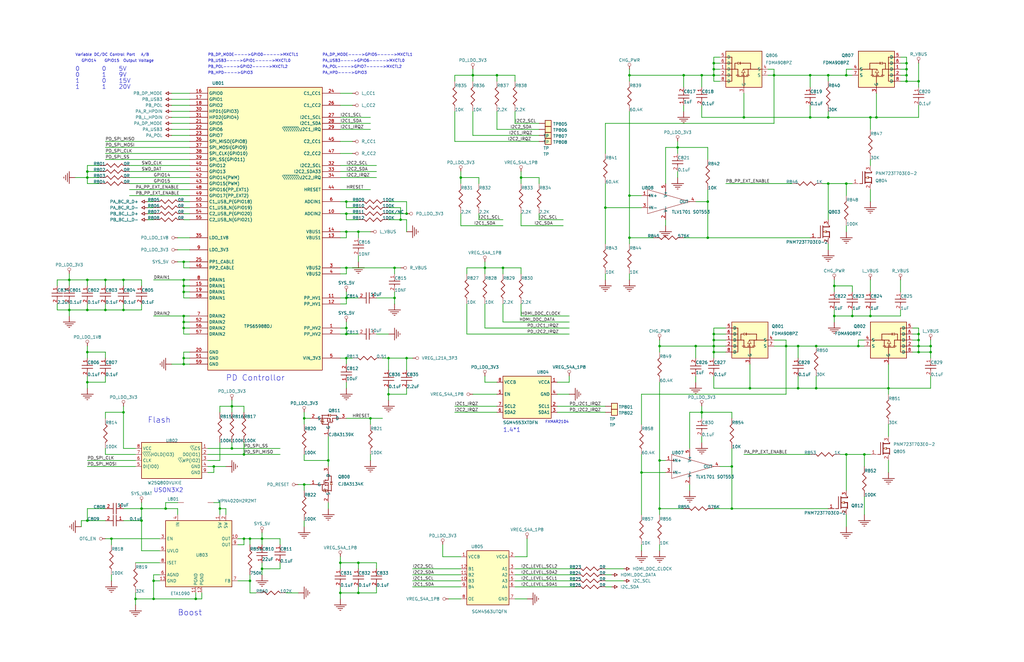
<source format=kicad_sch>
(kicad_sch (version 20211123) (generator eeschema)
  (paper "USLedger")
  (junction (at 349.25 49.53))
  (junction (at 146.05 125.73))
  (junction (at 97.79 171.45))
  (junction (at 59.69 214.63))
  (junction (at 351.79 120.65))
  (junction (at 387.35 140.97))
  (junction (at 52.07 173.99))
  (junction (at 351.79 133.35))
  (junction (at 64.77 245.11))
  (junction (at 52.07 118.11))
  (junction (at 313.69 49.53))
  (junction (at 102.87 191.77))
  (junction (at 146.05 151.13))
  (junction (at 298.45 85.09))
  (junction (at 163.83 151.13))
  (junction (at 300.99 140.97))
  (junction (at 382.27 31.75))
  (junction (at 331.47 146.05))
  (junction (at 341.63 49.53))
  (junction (at 36.83 74.93))
  (junction (at 44.45 118.11))
  (junction (at 270.51 199.39))
  (junction (at 128.27 204.47))
  (junction (at 146.05 85.09))
  (junction (at 356.87 31.75))
  (junction (at 36.83 72.39))
  (junction (at 300.99 29.21))
  (junction (at 105.41 227.33))
  (junction (at 146.05 90.17))
  (junction (at 212.09 113.03))
  (junction (at 146.05 113.03))
  (junction (at 168.91 92.71))
  (junction (at 382.27 29.21))
  (junction (at 278.13 194.31))
  (junction (at 308.61 214.63))
  (junction (at 143.51 250.19))
  (junction (at 77.47 138.43))
  (junction (at 46.99 227.33))
  (junction (at 336.55 163.83))
  (junction (at 300.99 148.59))
  (junction (at 344.17 163.83))
  (junction (at 308.61 196.85))
  (junction (at 356.87 77.47))
  (junction (at 361.95 146.05))
  (junction (at 166.37 125.73))
  (junction (at 82.55 252.73))
  (junction (at 209.55 31.75))
  (junction (at 326.39 31.75))
  (junction (at 369.57 49.53))
  (junction (at 293.37 146.05))
  (junction (at 77.47 120.65))
  (junction (at 349.25 77.47))
  (junction (at 77.47 153.67))
  (junction (at 57.15 252.73))
  (junction (at 219.71 74.93))
  (junction (at 143.51 237.49))
  (junction (at 336.55 146.05))
  (junction (at 387.35 143.51))
  (junction (at 255.27 87.63))
  (junction (at 77.47 123.19))
  (junction (at 128.27 176.53))
  (junction (at 151.13 250.19))
  (junction (at 295.91 31.75))
  (junction (at 382.27 34.29))
  (junction (at 110.49 240.03))
  (junction (at 392.43 146.05))
  (junction (at 298.45 100.33))
  (junction (at 77.47 135.89))
  (junction (at 387.35 146.05))
  (junction (at 300.99 31.75))
  (junction (at 278.13 214.63))
  (junction (at 146.05 97.79))
  (junction (at 77.47 151.13))
  (junction (at 151.13 97.79))
  (junction (at 102.87 227.33))
  (junction (at 151.13 237.49))
  (junction (at 204.47 113.03))
  (junction (at 110.49 227.33))
  (junction (at 387.35 34.29))
  (junction (at 374.65 163.83))
  (junction (at 138.43 194.31))
  (junction (at 265.43 31.75))
  (junction (at 77.47 133.35))
  (junction (at 392.43 148.59))
  (junction (at 36.83 118.11))
  (junction (at 278.13 146.05))
  (junction (at 265.43 100.33))
  (junction (at 364.49 191.77))
  (junction (at 288.29 31.75))
  (junction (at 92.71 214.63))
  (junction (at 77.47 110.49))
  (junction (at 44.45 130.81))
  (junction (at 146.05 140.97))
  (junction (at 29.21 118.11))
  (junction (at 387.35 148.59))
  (junction (at 356.87 191.77))
  (junction (at 367.03 133.35))
  (junction (at 146.05 138.43))
  (junction (at 295.91 173.99))
  (junction (at 36.83 130.81))
  (junction (at 199.39 31.75))
  (junction (at 52.07 130.81))
  (junction (at 105.41 245.11))
  (junction (at 90.17 196.85))
  (junction (at 300.99 143.51))
  (junction (at 265.43 82.55))
  (junction (at 156.21 176.53))
  (junction (at 97.79 189.23))
  (junction (at 64.77 252.73))
  (junction (at 36.83 161.29))
  (junction (at 171.45 90.17))
  (junction (at 36.83 219.71))
  (junction (at 171.45 151.13))
  (junction (at 77.47 118.11))
  (junction (at 382.27 26.67))
  (junction (at 285.75 62.23))
  (junction (at 300.99 26.67))
  (junction (at 194.31 74.93))
  (junction (at 367.03 49.53))
  (junction (at 166.37 113.03))
  (junction (at 36.83 148.59))
  (junction (at 344.17 146.05))
  (junction (at 163.83 166.37))
  (junction (at 341.63 31.75))
  (junction (at 29.21 130.81))
  (junction (at 349.25 31.75))
  (junction (at 359.41 133.35))
  (junction (at 69.85 214.63))
  (junction (at 59.69 219.71))
  (junction (at 300.99 146.05))
  (junction (at 316.23 163.83))
  (wire (pts (xy 265.43 100.33) (xy 265.43 82.55)) (stroke (width 0.254)))
  (wire (pts (xy 171.45 85.09) (xy 171.45 90.17)) (stroke (width 0.254)))
  (wire (pts (xy 387.35 138.43) (xy 384.81 138.43)) (stroke (width 0.254)))
  (wire (pts (xy 168.91 92.71) (xy 163.83 92.71)) (stroke (width 0.254)))
  (wire (pts (xy 278.13 194.31) (xy 278.13 161.29)) (stroke (width 0.254)))
  (wire (pts (xy 196.85 113.03) (xy 204.47 113.03)) (stroke (width 0.254)))
  (wire (pts (xy 300.99 34.29) (xy 303.53 34.29)) (stroke (width 0.254)))
  (wire (pts (xy 201.93 77.47) (xy 201.93 74.93)) (stroke (width 0.254)))
  (wire (pts (xy 44.45 120.65) (xy 44.45 118.11)) (stroke (width 0.254)))
  (wire (pts (xy 240.03 133.35) (xy 219.71 133.35)) (stroke (width 0.254)))
  (wire (pts (xy 59.69 214.63) (xy 52.07 214.63)) (stroke (width 0.254)))
  (wire (pts (xy 379.73 34.29) (xy 382.27 34.29)) (stroke (width 0.254)))
  (wire (pts (xy 303.53 24.13) (xy 300.99 24.13)) (stroke (width 0.254)))
  (wire (pts (xy 82.55 252.73) (xy 82.55 250.19)) (stroke (width 0.254)))
  (wire (pts (xy 80.01 110.49) (xy 77.47 110.49)) (stroke (width 0.254)))
  (wire (pts (xy 77.47 113.03) (xy 80.01 113.03)) (stroke (width 0.254)))
  (wire (pts (xy 356.87 77.47) (xy 349.25 77.47)) (stroke (width 0.254)))
  (wire (pts (xy 125.73 250.19) (xy 120.65 250.19)) (stroke (width 0.254)))
  (wire (pts (xy 151.13 250.19) (xy 158.75 250.19)) (stroke (width 0.254)))
  (wire (pts (xy 351.79 135.89) (xy 351.79 133.35)) (stroke (width 0.254)))
  (wire (pts (xy 326.39 31.75) (xy 323.85 31.75)) (stroke (width 0.254)))
  (wire (pts (xy 97.79 171.45) (xy 92.71 171.45)) (stroke (width 0.254)))
  (wire (pts (xy 356.87 29.21) (xy 359.41 29.21)) (stroke (width 0.254)))
  (wire (pts (xy 92.71 214.63) (xy 92.71 212.09)) (stroke (width 0.254)))
  (wire (pts (xy 143.51 115.57) (xy 146.05 115.57)) (stroke (width 0.254)))
  (wire (pts (xy 74.93 217.17) (xy 74.93 214.63)) (stroke (width 0.254)))
  (wire (pts (xy 151.13 97.79) (xy 146.05 97.79)) (stroke (width 0.254)))
  (wire (pts (xy 163.83 168.91) (xy 163.83 166.37)) (stroke (width 0.254)))
  (wire (pts (xy 36.83 148.59) (xy 36.83 146.05)) (stroke (width 0.254)))
  (wire (pts (xy 146.05 85.09) (xy 143.51 85.09)) (stroke (width 0.254)))
  (wire (pts (xy 77.47 125.73) (xy 80.01 125.73)) (stroke (width 0.254)))
  (wire (pts (xy 265.43 118.11) (xy 265.43 115.57)) (stroke (width 0.254)))
  (wire (pts (xy 146.05 97.79) (xy 146.05 100.33)) (stroke (width 0.254)))
  (wire (pts (xy 173.99 151.13) (xy 171.45 151.13)) (stroke (width 0.254)))
  (wire (pts (xy 102.87 171.45) (xy 97.79 171.45)) (stroke (width 0.254)))
  (wire (pts (xy 387.35 49.53) (xy 369.57 49.53)) (stroke (width 0.254)))
  (wire (pts (xy 240.03 166.37) (xy 234.95 166.37)) (stroke (width 0.254)))
  (wire (pts (xy 306.07 146.05) (xy 300.99 146.05)) (stroke (width 0.254)))
  (wire (pts (xy 151.13 250.19) (xy 151.13 247.65)) (stroke (width 0.254)))
  (wire (pts (xy 341.63 31.75) (xy 326.39 31.75)) (stroke (width 0.254)))
  (wire (pts (xy 387.35 146.05) (xy 392.43 146.05)) (stroke (width 0.254)))
  (wire (pts (xy 351.79 120.65) (xy 351.79 118.11)) (stroke (width 0.254)))
  (wire (pts (xy 196.85 115.57) (xy 196.85 113.03)) (stroke (width 0.254)))
  (wire (pts (xy 212.09 92.71) (xy 201.93 92.71)) (stroke (width 0.254)))
  (wire (pts (xy 290.83 207.01) (xy 290.83 204.47)) (stroke (width 0.254)))
  (wire (pts (xy 143.51 252.73) (xy 143.51 250.19)) (stroke (width 0.254)))
  (wire (pts (xy 255.27 87.63) (xy 255.27 77.47)) (stroke (width 0.254)))
  (wire (pts (xy 265.43 100.33) (xy 275.59 100.33)) (stroke (width 0.254)))
  (wire (pts (xy 146.05 85.09) (xy 146.05 87.63)) (stroke (width 0.254)))
  (wire (pts (xy 204.47 161.29) (xy 204.47 158.75)) (stroke (width 0.254)))
  (wire (pts (xy 379.73 31.75) (xy 382.27 31.75)) (stroke (width 0.254)))
  (wire (pts (xy 280.67 62.23) (xy 285.75 62.23)) (stroke (width 0.254)))
  (wire (pts (xy 331.47 146.05) (xy 331.47 143.51)) (stroke (width 0.254)))
  (wire (pts (xy 369.57 49.53) (xy 369.57 39.37)) (stroke (width 0.254)))
  (wire (pts (xy 313.69 49.53) (xy 313.69 39.37)) (stroke (width 0.254)))
  (wire (pts (xy 295.91 186.69) (xy 295.91 184.15)) (stroke (width 0.254)))
  (wire (pts (xy 278.13 232.41) (xy 278.13 229.87)) (stroke (width 0.254)))
  (wire (pts (xy 219.71 74.93) (xy 219.71 77.47)) (stroke (width 0.254)))
  (wire (pts (xy 194.31 252.73) (xy 189.23 252.73)) (stroke (width 0.254)))
  (wire (pts (xy 240.03 135.89) (xy 212.09 135.89)) (stroke (width 0.254)))
  (wire (pts (xy 374.65 163.83) (xy 344.17 163.83)) (stroke (width 0.254)))
  (wire (pts (xy 262.89 245.11) (xy 255.27 245.11)) (stroke (width 0.254)))
  (wire (pts (xy 171.45 151.13) (xy 163.83 151.13)) (stroke (width 0.254)))
  (wire (pts (xy 82.55 252.73) (xy 85.09 252.73)) (stroke (width 0.254)))
  (wire (pts (xy 341.63 31.75) (xy 341.63 36.83)) (stroke (width 0.254)))
  (wire (pts (xy 90.17 196.85) (xy 95.25 196.85)) (stroke (width 0.254)))
  (wire (pts (xy 77.47 110.49) (xy 74.93 110.49)) (stroke (width 0.254)))
  (wire (pts (xy 240.03 161.29) (xy 240.03 158.75)) (stroke (width 0.254)))
  (wire (pts (xy 52.07 219.71) (xy 59.69 219.71)) (stroke (width 0.254)))
  (wire (pts (xy 102.87 229.87) (xy 102.87 227.33)) (stroke (width 0.254)))
  (wire (pts (xy 36.83 163.83) (xy 36.83 161.29)) (stroke (width 0.254)))
  (wire (pts (xy 367.03 191.77) (xy 364.49 191.77)) (stroke (width 0.254)))
  (wire (pts (xy 278.13 214.63) (xy 288.29 214.63)) (stroke (width 0.254)))
  (wire (pts (xy 242.57 245.11) (xy 217.17 245.11)) (stroke (width 0.254)))
  (wire (pts (xy 204.47 113.03) (xy 204.47 110.49)) (stroke (width 0.254)))
  (wire (pts (xy 300.99 29.21) (xy 300.99 31.75)) (stroke (width 0.254)))
  (wire (pts (xy 168.91 92.71) (xy 168.91 87.63)) (stroke (width 0.254)))
  (wire (pts (xy 171.45 97.79) (xy 171.45 92.71)) (stroke (width 0.254)))
  (wire (pts (xy 146.05 140.97) (xy 143.51 140.97)) (stroke (width 0.254)))
  (wire (pts (xy 146.05 90.17) (xy 146.05 92.71)) (stroke (width 0.254)))
  (wire (pts (xy 326.39 146.05) (xy 331.47 146.05)) (stroke (width 0.254)))
  (wire (pts (xy 382.27 24.13) (xy 379.73 24.13)) (stroke (width 0.254)))
  (wire (pts (xy 387.35 143.51) (xy 387.35 140.97)) (stroke (width 0.254)))
  (wire (pts (xy 77.47 123.19) (xy 77.47 125.73)) (stroke (width 0.254)))
  (wire (pts (xy 308.61 196.85) (xy 303.53 196.85)) (stroke (width 0.254)))
  (wire (pts (xy 361.95 146.05) (xy 361.95 143.51)) (stroke (width 0.254)))
  (wire (pts (xy 97.79 171.45) (xy 97.79 168.91)) (stroke (width 0.254)))
  (wire (pts (xy 323.85 29.21) (xy 326.39 29.21)) (stroke (width 0.254)))
  (wire (pts (xy 146.05 87.63) (xy 151.13 87.63)) (stroke (width 0.254)))
  (wire (pts (xy 146.05 125.73) (xy 146.05 123.19)) (stroke (width 0.254)))
  (wire (pts (xy 387.35 146.05) (xy 384.81 146.05)) (stroke (width 0.254)))
  (wire (pts (xy 158.75 250.19) (xy 158.75 247.65)) (stroke (width 0.254)))
  (wire (pts (xy 168.91 87.63) (xy 163.83 87.63)) (stroke (width 0.254)))
  (wire (pts (xy 97.79 189.23) (xy 118.11 189.23)) (stroke (width 0.254)))
  (wire (pts (xy 316.23 163.83) (xy 300.99 163.83)) (stroke (width 0.254)))
  (wire (pts (xy 171.45 166.37) (xy 171.45 163.83)) (stroke (width 0.254)))
  (wire (pts (xy 80.01 100.33) (xy 74.93 100.33)) (stroke (width 0.254)))
  (wire (pts (xy 349.25 34.29) (xy 349.25 31.75)) (stroke (width 0.254)))
  (wire (pts (xy 158.75 69.85) (xy 143.51 69.85)) (stroke (width 0.254)))
  (wire (pts (xy 77.47 133.35) (xy 77.47 135.89)) (stroke (width 0.254)))
  (wire (pts (xy 146.05 138.43) (xy 146.05 140.97)) (stroke (width 0.254)))
  (wire (pts (xy 336.55 158.75) (xy 336.55 163.83)) (stroke (width 0.254)))
  (wire (pts (xy 36.83 77.47) (xy 41.91 77.47)) (stroke (width 0.254)))
  (wire (pts (xy 194.31 74.93) (xy 194.31 72.39)) (stroke (width 0.254)))
  (wire (pts (xy 166.37 115.57) (xy 166.37 113.03)) (stroke (width 0.254)))
  (wire (pts (xy 209.55 166.37) (xy 199.39 166.37)) (stroke (width 0.254)))
  (wire (pts (xy 80.01 54.61) (xy 72.39 54.61)) (stroke (width 0.254)))
  (wire (pts (xy 80.01 59.69) (xy 44.45 59.69)) (stroke (width 0.254)))
  (wire (pts (xy 356.87 191.77) (xy 354.33 191.77)) (stroke (width 0.254)))
  (wire (pts (xy 344.17 146.05) (xy 336.55 146.05)) (stroke (width 0.254)))
  (wire (pts (xy 387.35 148.59) (xy 384.81 148.59)) (stroke (width 0.254)))
  (wire (pts (xy 356.87 217.17) (xy 356.87 222.25)) (stroke (width 0.254)))
  (wire (pts (xy 110.49 224.79) (xy 110.49 227.33)) (stroke (width 0.254)))
  (wire (pts (xy 270.51 232.41) (xy 270.51 229.87)) (stroke (width 0.254)))
  (wire (pts (xy 359.41 77.47) (xy 356.87 77.47)) (stroke (width 0.254)))
  (wire (pts (xy 80.01 90.17) (xy 77.47 90.17)) (stroke (width 0.254)))
  (wire (pts (xy 351.79 120.65) (xy 359.41 120.65)) (stroke (width 0.254)))
  (wire (pts (xy 80.01 74.93) (xy 54.61 74.93)) (stroke (width 0.254)))
  (wire (pts (xy 87.63 194.31) (xy 92.71 194.31)) (stroke (width 0.254)))
  (wire (pts (xy 125.73 204.47) (xy 128.27 204.47)) (stroke (width 0.254)))
  (wire (pts (xy 361.95 146.05) (xy 344.17 146.05)) (stroke (width 0.254)))
  (wire (pts (xy 270.51 199.39) (xy 270.51 191.77)) (stroke (width 0.254)))
  (wire (pts (xy 227.33 74.93) (xy 219.71 74.93)) (stroke (width 0.254)))
  (wire (pts (xy 219.71 113.03) (xy 212.09 113.03)) (stroke (width 0.254)))
  (wire (pts (xy 209.55 173.99) (xy 191.77 173.99)) (stroke (width 0.254)))
  (wire (pts (xy 367.03 133.35) (xy 359.41 133.35)) (stroke (width 0.254)))
  (wire (pts (xy 158.75 237.49) (xy 158.75 240.03)) (stroke (width 0.254)))
  (wire (pts (xy 285.75 62.23) (xy 285.75 64.77)) (stroke (width 0.254)))
  (wire (pts (xy 201.93 74.93) (xy 194.31 74.93)) (stroke (width 0.254)))
  (wire (pts (xy 87.63 196.85) (xy 90.17 196.85)) (stroke (width 0.254)))
  (wire (pts (xy 128.27 222.25) (xy 128.27 219.71)) (stroke (width 0.254)))
  (wire (pts (xy 44.45 130.81) (xy 52.07 130.81)) (stroke (width 0.254)))
  (wire (pts (xy 52.07 130.81) (xy 52.07 128.27)) (stroke (width 0.254)))
  (wire (pts (xy 367.03 49.53) (xy 349.25 49.53)) (stroke (width 0.254)))
  (wire (pts (xy 201.93 92.71) (xy 201.93 90.17)) (stroke (width 0.254)))
  (wire (pts (xy 44.45 227.33) (xy 46.99 227.33)) (stroke (width 0.254)))
  (wire (pts (xy 278.13 217.17) (xy 278.13 214.63)) (stroke (width 0.254)))
  (wire (pts (xy 308.61 214.63) (xy 308.61 196.85)) (stroke (width 0.254)))
  (wire (pts (xy 199.39 34.29) (xy 199.39 31.75)) (stroke (width 0.254)))
  (wire (pts (xy 270.51 199.39) (xy 280.67 199.39)) (stroke (width 0.254)))
  (wire (pts (xy 97.79 189.23) (xy 97.79 186.69)) (stroke (width 0.254)))
  (wire (pts (xy 80.01 52.07) (xy 72.39 52.07)) (stroke (width 0.254)))
  (wire (pts (xy 364.49 146.05) (xy 361.95 146.05)) (stroke (width 0.254)))
  (wire (pts (xy 95.25 217.17) (xy 95.25 214.63)) (stroke (width 0.254)))
  (wire (pts (xy 300.99 163.83) (xy 300.99 158.75)) (stroke (width 0.254)))
  (wire (pts (xy 387.35 36.83) (xy 387.35 34.29)) (stroke (width 0.254)))
  (wire (pts (xy 308.61 173.99) (xy 295.91 173.99)) (stroke (width 0.254)))
  (wire (pts (xy 87.63 191.77) (xy 102.87 191.77)) (stroke (width 0.254)))
  (wire (pts (xy 171.45 90.17) (xy 163.83 90.17)) (stroke (width 0.254)))
  (wire (pts (xy 52.07 120.65) (xy 52.07 118.11)) (stroke (width 0.254)))
  (wire (pts (xy 369.57 49.53) (xy 367.03 49.53)) (stroke (width 0.254)))
  (wire (pts (xy 46.99 227.33) (xy 67.31 227.33)) (stroke (width 0.254)))
  (wire (pts (xy 171.45 92.71) (xy 168.91 92.71)) (stroke (width 0.254)))
  (wire (pts (xy 80.01 46.99) (xy 72.39 46.99)) (stroke (width 0.254)))
  (wire (pts (xy 151.13 90.17) (xy 146.05 90.17)) (stroke (width 0.254)))
  (wire (pts (xy 194.31 234.95) (xy 186.69 234.95)) (stroke (width 0.254)))
  (wire (pts (xy 87.63 189.23) (xy 97.79 189.23)) (stroke (width 0.254)))
  (wire (pts (xy 349.25 92.71) (xy 349.25 77.47)) (stroke (width 0.254)))
  (wire (pts (xy 64.77 92.71) (xy 62.23 92.71)) (stroke (width 0.254)))
  (wire (pts (xy 77.47 120.65) (xy 77.47 123.19)) (stroke (width 0.254)))
  (wire (pts (xy 128.27 204.47) (xy 130.81 204.47)) (stroke (width 0.254)))
  (wire (pts (xy 374.65 199.39) (xy 374.65 194.31)) (stroke (width 0.254)))
  (wire (pts (xy 194.31 247.65) (xy 173.99 247.65)) (stroke (width 0.254)))
  (wire (pts (xy 384.81 143.51) (xy 387.35 143.51)) (stroke (width 0.254)))
  (wire (pts (xy 80.01 105.41) (xy 74.93 105.41)) (stroke (width 0.254)))
  (wire (pts (xy 288.29 31.75) (xy 295.91 31.75)) (stroke (width 0.254)))
  (wire (pts (xy 300.99 146.05) (xy 293.37 146.05)) (stroke (width 0.254)))
  (wire (pts (xy 138.43 194.31) (xy 138.43 184.15)) (stroke (width 0.254)))
  (wire (pts (xy 219.71 95.25) (xy 219.71 90.17)) (stroke (width 0.254)))
  (wire (pts (xy 29.21 118.11) (xy 36.83 118.11)) (stroke (width 0.254)))
  (wire (pts (xy 196.85 140.97) (xy 196.85 128.27)) (stroke (width 0.254)))
  (wire (pts (xy 146.05 125.73) (xy 146.05 128.27)) (stroke (width 0.254)))
  (wire (pts (xy 57.15 189.23) (xy 52.07 189.23)) (stroke (width 0.254)))
  (wire (pts (xy 118.11 227.33) (xy 110.49 227.33)) (stroke (width 0.254)))
  (wire (pts (xy 392.43 146.05) (xy 392.43 143.51)) (stroke (width 0.254)))
  (wire (pts (xy 24.13 128.27) (xy 24.13 130.81)) (stroke (width 0.254)))
  (wire (pts (xy 300.99 143.51) (xy 306.07 143.51)) (stroke (width 0.254)))
  (wire (pts (xy 41.91 74.93) (xy 36.83 74.93)) (stroke (width 0.254)))
  (wire (pts (xy 105.41 245.11) (xy 105.41 242.57)) (stroke (width 0.254)))
  (wire (pts (xy 80.01 62.23) (xy 44.45 62.23)) (stroke (width 0.254)))
  (wire (pts (xy 300.99 31.75) (xy 300.99 34.29)) (stroke (width 0.254)))
  (wire (pts (xy 392.43 148.59) (xy 392.43 146.05)) (stroke (width 0.254)))
  (wire (pts (xy 90.17 196.85) (xy 90.17 199.39)) (stroke (width 0.254)))
  (wire (pts (xy 46.99 245.11) (xy 46.99 242.57)) (stroke (width 0.254)))
  (wire (pts (xy 59.69 130.81) (xy 59.69 128.27)) (stroke (width 0.254)))
  (wire (pts (xy 359.41 133.35) (xy 359.41 130.81)) (stroke (width 0.254)))
  (wire (pts (xy 308.61 214.63) (xy 349.25 214.63)) (stroke (width 0.254)))
  (wire (pts (xy 64.77 242.57) (xy 67.31 242.57)) (stroke (width 0.254)))
  (wire (pts (xy 67.31 237.49) (xy 57.15 237.49)) (stroke (width 0.254)))
  (wire (pts (xy 212.09 135.89) (xy 212.09 128.27)) (stroke (width 0.254)))
  (wire (pts (xy 146.05 113.03) (xy 166.37 113.03)) (stroke (width 0.254)))
  (wire (pts (xy 80.01 120.65) (xy 77.47 120.65)) (stroke (width 0.254)))
  (wire (pts (xy 57.15 252.73) (xy 57.15 255.27)) (stroke (width 0.254)))
  (wire (pts (xy 102.87 191.77) (xy 102.87 186.69)) (stroke (width 0.254)))
  (wire (pts (xy 285.75 62.23) (xy 285.75 59.69)) (stroke (width 0.254)))
  (wire (pts (xy 24.13 120.65) (xy 24.13 118.11)) (stroke (width 0.254)))
  (wire (pts (xy 128.27 176.53) (xy 128.27 173.99)) (stroke (width 0.254)))
  (wire (pts (xy 80.01 118.11) (xy 77.47 118.11)) (stroke (width 0.254)))
  (wire (pts (xy 255.27 171.45) (xy 234.95 171.45)) (stroke (width 0.254)))
  (wire (pts (xy 326.39 52.07) (xy 255.27 52.07)) (stroke (width 0.254)))
  (wire (pts (xy 74.93 214.63) (xy 69.85 214.63)) (stroke (width 0.254)))
  (wire (pts (xy 334.01 77.47) (xy 306.07 77.47)) (stroke (width 0.254)))
  (wire (pts (xy 44.45 161.29) (xy 44.45 158.75)) (stroke (width 0.254)))
  (wire (pts (xy 351.79 123.19) (xy 351.79 120.65)) (stroke (width 0.254)))
  (wire (pts (xy 146.05 163.83) (xy 146.05 161.29)) (stroke (width 0.254)))
  (wire (pts (xy 80.01 44.45) (xy 72.39 44.45)) (stroke (width 0.254)))
  (wire (pts (xy 69.85 214.63) (xy 59.69 214.63)) (stroke (width 0.254)))
  (wire (pts (xy 300.99 140.97) (xy 306.07 140.97)) (stroke (width 0.254)))
  (wire (pts (xy 29.21 130.81) (xy 29.21 128.27)) (stroke (width 0.254)))
  (wire (pts (xy 222.25 227.33) (xy 222.25 234.95)) (stroke (width 0.254)))
  (wire (pts (xy 67.31 245.11) (xy 64.77 245.11)) (stroke (width 0.254)))
  (wire (pts (xy 52.07 118.11) (xy 59.69 118.11)) (stroke (width 0.254)))
  (wire (pts (xy 34.29 219.71) (xy 34.29 222.25)) (stroke (width 0.254)))
  (wire (pts (xy 237.49 92.71) (xy 227.33 92.71)) (stroke (width 0.254)))
  (wire (pts (xy 156.21 176.53) (xy 156.21 179.07)) (stroke (width 0.254)))
  (wire (pts (xy 44.45 118.11) (xy 52.07 118.11)) (stroke (width 0.254)))
  (wire (pts (xy 156.21 176.53) (xy 146.05 176.53)) (stroke (width 0.254)))
  (wire (pts (xy 156.21 54.61) (xy 143.51 54.61)) (stroke (width 0.254)))
  (wire (pts (xy 288.29 100.33) (xy 298.45 100.33)) (stroke (width 0.254)))
  (wire (pts (xy 240.03 138.43) (xy 204.47 138.43)) (stroke (width 0.254)))
  (wire (pts (xy 293.37 85.09) (xy 298.45 85.09)) (stroke (width 0.254)))
  (wire (pts (xy 217.17 52.07) (xy 217.17 46.99)) (stroke (width 0.254)))
  (wire (pts (xy 280.67 77.47) (xy 280.67 62.23)) (stroke (width 0.254)))
  (wire (pts (xy 209.55 171.45) (xy 191.77 171.45)) (stroke (width 0.254)))
  (wire (pts (xy 92.71 214.63) (xy 92.71 217.17)) (stroke (width 0.254)))
  (wire (pts (xy 44.45 130.81) (xy 44.45 128.27)) (stroke (width 0.254)))
  (wire (pts (xy 29.21 118.11) (xy 29.21 115.57)) (stroke (width 0.254)))
  (wire (pts (xy 300.99 138.43) (xy 306.07 138.43)) (stroke (width 0.254)))
  (wire (pts (xy 194.31 74.93) (xy 194.31 77.47)) (stroke (width 0.254)))
  (wire (pts (xy 128.27 176.53) (xy 128.27 179.07)) (stroke (width 0.254)))
  (wire (pts (xy 29.21 133.35) (xy 29.21 130.81)) (stroke (width 0.254)))
  (wire (pts (xy 285.75 74.93) (xy 285.75 72.39)) (stroke (width 0.254)))
  (wire (pts (xy 382.27 29.21) (xy 382.27 26.67)) (stroke (width 0.254)))
  (wire (pts (xy 59.69 219.71) (xy 59.69 214.63)) (stroke (width 0.254)))
  (wire (pts (xy 24.13 130.81) (xy 29.21 130.81)) (stroke (width 0.254)))
  (wire (pts (xy 128.27 194.31) (xy 128.27 191.77)) (stroke (width 0.254)))
  (wire (pts (xy 364.49 191.77) (xy 356.87 191.77)) (stroke (width 0.254)))
  (wire (pts (xy 151.13 240.03) (xy 151.13 237.49)) (stroke (width 0.254)))
  (wire (pts (xy 367.03 54.61) (xy 367.03 49.53)) (stroke (width 0.254)))
  (wire (pts (xy 336.55 146.05) (xy 331.47 146.05)) (stroke (width 0.254)))
  (wire (pts (xy 349.25 49.53) (xy 341.63 49.53)) (stroke (width 0.254)))
  (wire (pts (xy 57.15 250.19) (xy 57.15 252.73)) (stroke (width 0.254)))
  (wire (pts (xy 80.01 39.37) (xy 72.39 39.37)) (stroke (width 0.254)))
  (wire (pts (xy 227.33 92.71) (xy 227.33 90.17)) (stroke (width 0.254)))
  (wire (pts (xy 219.71 133.35) (xy 219.71 128.27)) (stroke (width 0.254)))
  (wire (pts (xy 80.01 92.71) (xy 77.47 92.71)) (stroke (width 0.254)))
  (wire (pts (xy 217.17 252.73) (xy 222.25 252.73)) (stroke (width 0.254)))
  (wire (pts (xy 392.43 163.83) (xy 392.43 158.75)) (stroke (width 0.254)))
  (wire (pts (xy 97.79 173.99) (xy 97.79 171.45)) (stroke (width 0.254)))
  (wire (pts (xy 146.05 92.71) (xy 151.13 92.71)) (stroke (width 0.254)))
  (wire (pts (xy 300.99 31.75) (xy 295.91 31.75)) (stroke (width 0.254)))
  (wire (pts (xy 331.47 143.51) (xy 326.39 143.51)) (stroke (width 0.254)))
  (wire (pts (xy 80.01 85.09) (xy 77.47 85.09)) (stroke (width 0.254)))
  (wire (pts (xy 300.99 26.67) (xy 303.53 26.67)) (stroke (width 0.254)))
  (wire (pts (xy 44.45 173.99) (xy 52.07 173.99)) (stroke (width 0.254)))
  (wire (pts (xy 359.41 120.65) (xy 359.41 123.19)) (stroke (width 0.254)))
  (wire (pts (xy 64.77 252.73) (xy 82.55 252.73)) (stroke (width 0.254)))
  (wire (pts (xy 387.35 140.97) (xy 387.35 138.43)) (stroke (width 0.254)))
  (wire (pts (xy 374.65 166.37) (xy 374.65 163.83)) (stroke (width 0.254)))
  (wire (pts (xy 46.99 229.87) (xy 46.99 227.33)) (stroke (width 0.254)))
  (wire (pts (xy 80.01 123.19) (xy 77.47 123.19)) (stroke (width 0.254)))
  (wire (pts (xy 90.17 199.39) (xy 87.63 199.39)) (stroke (width 0.254)))
  (wire (pts (xy 156.21 49.53) (xy 143.51 49.53)) (stroke (width 0.254)))
  (wire (pts (xy 151.13 110.49) (xy 151.13 107.95)) (stroke (width 0.254)))
  (wire (pts (xy 156.21 52.07) (xy 143.51 52.07)) (stroke (width 0.254)))
  (wire (pts (xy 77.47 135.89) (xy 80.01 135.89)) (stroke (width 0.254)))
  (wire (pts (xy 74.93 212.09) (xy 69.85 212.09)) (stroke (width 0.254)))
  (wire (pts (xy 105.41 227.33) (xy 102.87 227.33)) (stroke (width 0.254)))
  (wire (pts (xy 143.51 240.03) (xy 143.51 237.49)) (stroke (width 0.254)))
  (wire (pts (xy 349.25 49.53) (xy 349.25 46.99)) (stroke (width 0.254)))
  (wire (pts (xy 158.75 72.39) (xy 143.51 72.39)) (stroke (width 0.254)))
  (wire (pts (xy 59.69 118.11) (xy 59.69 120.65)) (stroke (width 0.254)))
  (wire (pts (xy 146.05 115.57) (xy 146.05 113.03)) (stroke (width 0.254)))
  (wire (pts (xy 379.73 130.81) (xy 379.73 133.35)) (stroke (width 0.254)))
  (wire (pts (xy 255.27 102.87) (xy 255.27 87.63)) (stroke (width 0.254)))
  (wire (pts (xy 67.31 232.41) (xy 59.69 232.41)) (stroke (width 0.254)))
  (wire (pts (xy 374.65 184.15) (xy 374.65 179.07)) (stroke (width 0.254)))
  (wire (pts (xy 308.61 176.53) (xy 308.61 173.99)) (stroke (width 0.254)))
  (wire (pts (xy 204.47 113.03) (xy 204.47 115.57)) (stroke (width 0.254)))
  (wire (pts (xy 146.05 128.27) (xy 143.51 128.27)) (stroke (width 0.254)))
  (wire (pts (xy 80.01 49.53) (xy 72.39 49.53)) (stroke (width 0.254)))
  (wire (pts (xy 151.13 140.97) (xy 146.05 140.97)) (stroke (width 0.254)))
  (wire (pts (xy 298.45 100.33) (xy 341.63 100.33)) (stroke (width 0.254)))
  (wire (pts (xy 148.59 59.69) (xy 143.51 59.69)) (stroke (width 0.254)))
  (wire (pts (xy 138.43 194.31) (xy 128.27 194.31)) (stroke (width 0.254)))
  (wire (pts (xy 288.29 36.83) (xy 288.29 31.75)) (stroke (width 0.254)))
  (wire (pts (xy 118.11 191.77) (xy 102.87 191.77)) (stroke (width 0.254)))
  (wire (pts (xy 163.83 156.21) (xy 163.83 151.13)) (stroke (width 0.254)))
  (wire (pts (xy 148.59 39.37) (xy 143.51 39.37)) (stroke (width 0.254)))
  (wire (pts (xy 118.11 240.03) (xy 118.11 237.49)) (stroke (width 0.254)))
  (wire (pts (xy 367.03 85.09) (xy 367.03 80.01)) (stroke (width 0.254)))
  (wire (pts (xy 59.69 232.41) (xy 59.69 219.71)) (stroke (width 0.254)))
  (wire (pts (xy 29.21 120.65) (xy 29.21 118.11)) (stroke (width 0.254)))
  (wire (pts (xy 105.41 229.87) (xy 105.41 227.33)) (stroke (width 0.254)))
  (wire (pts (xy 209.55 161.29) (xy 204.47 161.29)) (stroke (width 0.254)))
  (wire (pts (xy 102.87 227.33) (xy 100.33 227.33)) (stroke (width 0.254)))
  (wire (pts (xy 382.27 26.67) (xy 382.27 24.13)) (stroke (width 0.254)))
  (wire (pts (xy 222.25 234.95) (xy 217.17 234.95)) (stroke (width 0.254)))
  (wire (pts (xy 217.17 34.29) (xy 217.17 31.75)) (stroke (width 0.254)))
  (wire (pts (xy 212.09 95.25) (xy 194.31 95.25)) (stroke (width 0.254)))
  (wire (pts (xy 227.33 59.69) (xy 191.77 59.69)) (stroke (width 0.254)))
  (wire (pts (xy 255.27 118.11) (xy 255.27 115.57)) (stroke (width 0.254)))
  (wire (pts (xy 52.07 189.23) (xy 52.07 173.99)) (stroke (width 0.254)))
  (wire (pts (xy 64.77 87.63) (xy 62.23 87.63)) (stroke (width 0.254)))
  (wire (pts (xy 379.73 133.35) (xy 367.03 133.35)) (stroke (width 0.254)))
  (wire (pts (xy 194.31 245.11) (xy 173.99 245.11)) (stroke (width 0.254)))
  (wire (pts (xy 290.83 189.23) (xy 290.83 173.99)) (stroke (width 0.254)))
  (wire (pts (xy 217.17 31.75) (xy 209.55 31.75)) (stroke (width 0.254)))
  (wire (pts (xy 44.45 219.71) (xy 36.83 219.71)) (stroke (width 0.254)))
  (wire (pts (xy 387.35 140.97) (xy 384.81 140.97)) (stroke (width 0.254)))
  (wire (pts (xy 204.47 138.43) (xy 204.47 128.27)) (stroke (width 0.254)))
  (wire (pts (xy 278.13 194.31) (xy 280.67 194.31)) (stroke (width 0.254)))
  (wire (pts (xy 146.05 90.17) (xy 143.51 90.17)) (stroke (width 0.254)))
  (wire (pts (xy 257.81 247.65) (xy 255.27 247.65)) (stroke (width 0.254)))
  (wire (pts (xy 36.83 72.39) (xy 36.83 74.93)) (stroke (width 0.254)))
  (wire (pts (xy 143.51 138.43) (xy 146.05 138.43)) (stroke (width 0.254)))
  (wire (pts (xy 151.13 100.33) (xy 151.13 97.79)) (stroke (width 0.254)))
  (wire (pts (xy 382.27 34.29) (xy 382.27 31.75)) (stroke (width 0.254)))
  (wire (pts (xy 163.83 85.09) (xy 171.45 85.09)) (stroke (width 0.254)))
  (wire (pts (xy 146.05 151.13) (xy 148.59 151.13)) (stroke (width 0.254)))
  (wire (pts (xy 80.01 153.67) (xy 77.47 153.67)) (stroke (width 0.254)))
  (wire (pts (xy 77.47 118.11) (xy 77.47 120.65)) (stroke (width 0.254)))
  (wire (pts (xy 374.65 163.83) (xy 392.43 163.83)) (stroke (width 0.254)))
  (wire (pts (xy 367.03 69.85) (xy 367.03 67.31)) (stroke (width 0.254)))
  (wire (pts (xy 278.13 214.63) (xy 278.13 194.31)) (stroke (width 0.254)))
  (wire (pts (xy 290.83 173.99) (xy 295.91 173.99)) (stroke (width 0.254)))
  (wire (pts (xy 367.03 133.35) (xy 367.03 130.81)) (stroke (width 0.254)))
  (wire (pts (xy 105.41 245.11) (xy 100.33 245.11)) (stroke (width 0.254)))
  (wire (pts (xy 128.27 207.01) (xy 128.27 204.47)) (stroke (width 0.254)))
  (wire (pts (xy 209.55 54.61) (xy 209.55 46.99)) (stroke (width 0.254)))
  (wire (pts (xy 293.37 146.05) (xy 278.13 146.05)) (stroke (width 0.254)))
  (wire (pts (xy 344.17 163.83) (xy 336.55 163.83)) (stroke (width 0.254)))
  (wire (pts (xy 379.73 29.21) (xy 382.27 29.21)) (stroke (width 0.254)))
  (wire (pts (xy 166.37 128.27) (xy 166.37 125.73)) (stroke (width 0.254)))
  (wire (pts (xy 146.05 100.33) (xy 143.51 100.33)) (stroke (width 0.254)))
  (wire (pts (xy 336.55 163.83) (xy 316.23 163.83)) (stroke (width 0.254)))
  (wire (pts (xy 331.47 166.37) (xy 270.51 166.37)) (stroke (width 0.254)))
  (wire (pts (xy 392.43 151.13) (xy 392.43 148.59)) (stroke (width 0.254)))
  (wire (pts (xy 300.99 148.59) (xy 300.99 146.05)) (stroke (width 0.254)))
  (wire (pts (xy 92.71 194.31) (xy 92.71 186.69)) (stroke (width 0.254)))
  (wire (pts (xy 44.45 214.63) (xy 36.83 214.63)) (stroke (width 0.254)))
  (wire (pts (xy 163.83 140.97) (xy 158.75 140.97)) (stroke (width 0.254)))
  (wire (pts (xy 143.51 237.49) (xy 143.51 234.95)) (stroke (width 0.254)))
  (wire (pts (xy 166.37 125.73) (xy 166.37 123.19)) (stroke (width 0.254)))
  (wire (pts (xy 85.09 252.73) (xy 85.09 250.19)) (stroke (width 0.254)))
  (wire (pts (xy 308.61 196.85) (xy 308.61 189.23)) (stroke (width 0.254)))
  (wire (pts (xy 64.77 252.73) (xy 64.77 245.11)) (stroke (width 0.254)))
  (wire (pts (xy 143.51 125.73) (xy 146.05 125.73)) (stroke (width 0.254)))
  (wire (pts (xy 199.39 31.75) (xy 191.77 31.75)) (stroke (width 0.254)))
  (wire (pts (xy 57.15 191.77) (xy 44.45 191.77)) (stroke (width 0.254)))
  (wire (pts (xy 41.91 72.39) (xy 36.83 72.39)) (stroke (width 0.254)))
  (wire (pts (xy 295.91 44.45) (xy 295.91 49.53)) (stroke (width 0.254)))
  (wire (pts (xy 344.17 163.83) (xy 344.17 158.75)) (stroke (width 0.254)))
  (wire (pts (xy 151.13 125.73) (xy 146.05 125.73)) (stroke (width 0.254)))
  (wire (pts (xy 107.95 250.19) (xy 105.41 250.19)) (stroke (width 0.254)))
  (wire (pts (xy 194.31 95.25) (xy 194.31 90.17)) (stroke (width 0.254)))
  (wire (pts (xy 387.35 148.59) (xy 387.35 146.05)) (stroke (width 0.254)))
  (wire (pts (xy 36.83 118.11) (xy 44.45 118.11)) (stroke (width 0.254)))
  (wire (pts (xy 36.83 148.59) (xy 44.45 148.59)) (stroke (width 0.254)))
  (wire (pts (xy 382.27 31.75) (xy 382.27 29.21)) (stroke (width 0.254)))
  (wire (pts (xy 265.43 102.87) (xy 265.43 100.33)) (stroke (width 0.254)))
  (wire (pts (xy 303.53 29.21) (xy 300.99 29.21)) (stroke (width 0.254)))
  (wire (pts (xy 265.43 82.55) (xy 270.51 82.55)) (stroke (width 0.254)))
  (wire (pts (xy 255.27 52.07) (xy 255.27 64.77)) (stroke (width 0.254)))
  (wire (pts (xy 237.49 95.25) (xy 219.71 95.25)) (stroke (width 0.254)))
  (wire (pts (xy 100.33 229.87) (xy 102.87 229.87)) (stroke (width 0.254)))
  (wire (pts (xy 326.39 29.21) (xy 326.39 31.75)) (stroke (width 0.254)))
  (wire (pts (xy 392.43 148.59) (xy 387.35 148.59)) (stroke (width 0.254)))
  (wire (pts (xy 379.73 123.19) (xy 379.73 118.11)) (stroke (width 0.254)))
  (wire (pts (xy 194.31 242.57) (xy 173.99 242.57)) (stroke (width 0.254)))
  (wire (pts (xy 387.35 34.29) (xy 387.35 26.67)) (stroke (width 0.254)))
  (wire (pts (xy 110.49 242.57) (xy 110.49 240.03)) (stroke (width 0.254)))
  (wire (pts (xy 36.83 219.71) (xy 34.29 219.71)) (stroke (width 0.254)))
  (wire (pts (xy 102.87 173.99) (xy 102.87 171.45)) (stroke (width 0.254)))
  (wire (pts (xy 110.49 227.33) (xy 110.49 229.87)) (stroke (width 0.254)))
  (wire (pts (xy 351.79 133.35) (xy 351.79 130.81)) (stroke (width 0.254)))
  (wire (pts (xy 262.89 240.03) (xy 255.27 240.03)) (stroke (width 0.254)))
  (wire (pts (xy 80.01 41.91) (xy 72.39 41.91)) (stroke (width 0.254)))
  (wire (pts (xy 349.25 31.75) (xy 356.87 31.75)) (stroke (width 0.254)))
  (wire (pts (xy 278.13 146.05) (xy 278.13 148.59)) (stroke (width 0.254)))
  (wire (pts (xy 77.47 138.43) (xy 77.47 135.89)) (stroke (width 0.254)))
  (wire (pts (xy 219.71 74.93) (xy 219.71 72.39)) (stroke (width 0.254)))
  (wire (pts (xy 191.77 59.69) (xy 191.77 46.99)) (stroke (width 0.254)))
  (wire (pts (xy 331.47 146.05) (xy 331.47 166.37)) (stroke (width 0.254)))
  (wire (pts (xy 80.01 138.43) (xy 77.47 138.43)) (stroke (width 0.254)))
  (wire (pts (xy 219.71 115.57) (xy 219.71 113.03)) (stroke (width 0.254)))
  (wire (pts (xy 57.15 252.73) (xy 64.77 252.73)) (stroke (width 0.254)))
  (wire (pts (xy 36.83 161.29) (xy 36.83 158.75)) (stroke (width 0.254)))
  (wire (pts (xy 280.67 95.25) (xy 280.67 92.71)) (stroke (width 0.254)))
  (wire (pts (xy 146.05 153.67) (xy 146.05 151.13)) (stroke (width 0.254)))
  (wire (pts (xy 80.01 77.47) (xy 54.61 77.47)) (stroke (width 0.254)))
  (wire (pts (xy 143.51 250.19) (xy 151.13 250.19)) (stroke (width 0.254)))
  (wire (pts (xy 148.59 44.45) (xy 143.51 44.45)) (stroke (width 0.254)))
  (wire (pts (xy 364.49 196.85) (xy 364.49 191.77)) (stroke (width 0.254)))
  (wire (pts (xy 242.57 240.03) (xy 217.17 240.03)) (stroke (width 0.254)))
  (wire (pts (xy 158.75 74.93) (xy 143.51 74.93)) (stroke (width 0.254)))
  (wire (pts (xy 293.37 161.29) (xy 293.37 158.75)) (stroke (width 0.254)))
  (wire (pts (xy 77.47 151.13) (xy 77.47 148.59)) (stroke (width 0.254)))
  (wire (pts (xy 298.45 67.31) (xy 298.45 62.23)) (stroke (width 0.254)))
  (wire (pts (xy 24.13 118.11) (xy 29.21 118.11)) (stroke (width 0.254)))
  (wire (pts (xy 44.45 148.59) (xy 44.45 151.13)) (stroke (width 0.254)))
  (wire (pts (xy 80.01 64.77) (xy 44.45 64.77)) (stroke (width 0.254)))
  (wire (pts (xy 316.23 163.83) (xy 316.23 153.67)) (stroke (width 0.254)))
  (wire (pts (xy 234.95 161.29) (xy 240.03 161.29)) (stroke (width 0.254)))
  (wire (pts (xy 199.39 31.75) (xy 199.39 29.21)) (stroke (width 0.254)))
  (wire (pts (xy 44.45 191.77) (xy 44.45 189.23)) (stroke (width 0.254)))
  (wire (pts (xy 209.55 31.75) (xy 199.39 31.75)) (stroke (width 0.254)))
  (wire (pts (xy 64.77 245.11) (xy 64.77 242.57)) (stroke (width 0.254)))
  (wire (pts (xy 64.77 90.17) (xy 62.23 90.17)) (stroke (width 0.254)))
  (wire (pts (xy 212.09 115.57) (xy 212.09 113.03)) (stroke (width 0.254)))
  (wire (pts (xy 295.91 49.53) (xy 313.69 49.53)) (stroke (width 0.254)))
  (wire (pts (xy 300.99 24.13) (xy 300.99 26.67)) (stroke (width 0.254)))
  (wire (pts (xy 80.01 87.63) (xy 77.47 87.63)) (stroke (width 0.254)))
  (wire (pts (xy 351.79 133.35) (xy 359.41 133.35)) (stroke (width 0.254)))
  (wire (pts (xy 349.25 31.75) (xy 341.63 31.75)) (stroke (width 0.254)))
  (wire (pts (xy 300.99 146.05) (xy 300.99 143.51)) (stroke (width 0.254)))
  (wire (pts (xy 29.21 130.81) (xy 36.83 130.81)) (stroke (width 0.254)))
  (wire (pts (xy 77.47 118.11) (xy 64.77 118.11)) (stroke (width 0.254)))
  (wire (pts (xy 288.29 46.99) (xy 288.29 44.45)) (stroke (width 0.254)))
  (wire (pts (xy 265.43 31.75) (xy 265.43 29.21)) (stroke (width 0.254)))
  (wire (pts (xy 36.83 74.93) (xy 36.83 77.47)) (stroke (width 0.254)))
  (wire (pts (xy 138.43 214.63) (xy 138.43 212.09)) (stroke (width 0.254)))
  (wire (pts (xy 356.87 31.75) (xy 359.41 31.75)) (stroke (width 0.254)))
  (wire (pts (xy 92.71 171.45) (xy 92.71 173.99)) (stroke (width 0.254)))
  (wire (pts (xy 143.51 237.49) (xy 151.13 237.49)) (stroke (width 0.254)))
  (wire (pts (xy 382.27 34.29) (xy 387.35 34.29)) (stroke (width 0.254)))
  (wire (pts (xy 163.83 166.37) (xy 171.45 166.37)) (stroke (width 0.254)))
  (wire (pts (xy 265.43 34.29) (xy 265.43 31.75)) (stroke (width 0.254)))
  (wire (pts (xy 110.49 240.03) (xy 110.49 237.49)) (stroke (width 0.254)))
  (wire (pts (xy 138.43 196.85) (xy 138.43 194.31)) (stroke (width 0.254)))
  (wire (pts (xy 191.77 31.75) (xy 191.77 34.29)) (stroke (width 0.254)))
  (wire (pts (xy 80.01 69.85) (xy 54.61 69.85)) (stroke (width 0.254)))
  (wire (pts (xy 227.33 52.07) (xy 217.17 52.07)) (stroke (width 0.254)))
  (wire (pts (xy 199.39 57.15) (xy 199.39 46.99)) (stroke (width 0.254)))
  (wire (pts (xy 356.87 31.75) (xy 356.87 29.21)) (stroke (width 0.254)))
  (wire (pts (xy 171.45 156.21) (xy 171.45 151.13)) (stroke (width 0.254)))
  (wire (pts (xy 374.65 153.67) (xy 374.65 163.83)) (stroke (width 0.254)))
  (wire (pts (xy 80.01 67.31) (xy 44.45 67.31)) (stroke (width 0.254)))
  (wire (pts (xy 313.69 49.53) (xy 341.63 49.53)) (stroke (width 0.254)))
  (wire (pts (xy 227.33 77.47) (xy 227.33 74.93)) (stroke (width 0.254)))
  (wire (pts (xy 300.99 26.67) (xy 300.99 29.21)) (stroke (width 0.254)))
  (wire (pts (xy 242.57 247.65) (xy 217.17 247.65)) (stroke (width 0.254)))
  (wire (pts (xy 336.55 151.13) (xy 336.55 146.05)) (stroke (width 0.254)))
  (wire (pts (xy 295.91 173.99) (xy 295.91 171.45)) (stroke (width 0.254)))
  (wire (pts (xy 80.01 57.15) (xy 72.39 57.15)) (stroke (width 0.254)))
  (wire (pts (xy 295.91 173.99) (xy 295.91 176.53)) (stroke (width 0.254)))
  (wire (pts (xy 300.99 214.63) (xy 308.61 214.63)) (stroke (width 0.254)))
  (wire (pts (xy 356.87 97.79) (xy 356.87 95.25)) (stroke (width 0.254)))
  (wire (pts (xy 270.51 166.37) (xy 270.51 179.07)) (stroke (width 0.254)))
  (wire (pts (xy 110.49 227.33) (xy 105.41 227.33)) (stroke (width 0.254)))
  (wire (pts (xy 57.15 196.85) (xy 36.83 196.85)) (stroke (width 0.254)))
  (wire (pts (xy 151.13 237.49) (xy 158.75 237.49)) (stroke (width 0.254)))
  (wire (pts (xy 382.27 26.67) (xy 379.73 26.67)) (stroke (width 0.254)))
  (wire (pts (xy 52.07 130.81) (xy 59.69 130.81)) (stroke (width 0.254)))
  (wire (pts (xy 36.83 130.81) (xy 36.83 128.27)) (stroke (width 0.254)))
  (wire (pts (xy 64.77 85.09) (xy 62.23 85.09)) (stroke (width 0.254)))
  (wire (pts (xy 95.25 214.63) (xy 92.71 214.63)) (stroke (width 0.254)))
  (wire (pts (xy 300.99 140.97) (xy 300.99 138.43)) (stroke (width 0.254)))
  (wire (pts (xy 364.49 217.17) (xy 364.49 209.55)) (stroke (width 0.254)))
  (wire (pts (xy 77.47 133.35) (xy 64.77 133.35)) (stroke (width 0.254)))
  (wire (pts (xy 186.69 234.95) (xy 186.69 229.87)) (stroke (width 0.254)))
  (wire (pts (xy 166.37 113.03) (xy 168.91 113.03)) (stroke (width 0.254)))
  (wire (pts (xy 387.35 143.51) (xy 387.35 146.05)) (stroke (width 0.254)))
  (wire (pts (xy 146.05 97.79) (xy 143.51 97.79)) (stroke (width 0.254)))
  (wire (pts (xy 52.07 173.99) (xy 52.07 171.45)) (stroke (width 0.254)))
  (wire (pts (xy 270.51 217.17) (xy 270.51 199.39)) (stroke (width 0.254)))
  (wire (pts (xy 341.63 49.53) (xy 341.63 44.45)) (stroke (width 0.254)))
  (wire (pts (xy 326.39 31.75) (xy 326.39 52.07)) (stroke (width 0.254)))
  (wire (pts (xy 298.45 100.33) (xy 298.45 85.09)) (stroke (width 0.254)))
  (wire (pts (xy 36.83 214.63) (xy 36.83 219.71)) (stroke (width 0.254)))
  (wire (pts (xy 361.95 143.51) (xy 364.49 143.51)) (stroke (width 0.254)))
  (wire (pts (xy 303.53 31.75) (xy 300.99 31.75)) (stroke (width 0.254)))
  (wire (pts (xy 36.83 69.85) (xy 36.83 72.39)) (stroke (width 0.254)))
  (wire (pts (xy 227.33 57.15) (xy 199.39 57.15)) (stroke (width 0.254)))
  (wire (pts (xy 387.35 44.45) (xy 387.35 49.53)) (stroke (width 0.254)))
  (wire (pts (xy 77.47 151.13) (xy 77.47 153.67)) (stroke (width 0.254)))
  (wire (pts (xy 77.47 110.49) (xy 77.47 113.03)) (stroke (width 0.254)))
  (wire (pts (xy 36.83 120.65) (xy 36.83 118.11)) (stroke (width 0.254)))
  (wire (pts (xy 77.47 140.97) (xy 77.47 138.43)) (stroke (width 0.254)))
  (wire (pts (xy 242.57 242.57) (xy 217.17 242.57)) (stroke (width 0.254)))
  (wire (pts (xy 80.01 82.55) (xy 54.61 82.55)) (stroke (width 0.254)))
  (wire (pts (xy 300.99 148.59) (xy 306.07 148.59)) (stroke (width 0.254)))
  (wire (pts (xy 356.87 82.55) (xy 356.87 77.47)) (stroke (width 0.254)))
  (wire (pts (xy 156.21 194.31) (xy 156.21 191.77)) (stroke (width 0.254)))
  (wire (pts (xy 77.47 153.67) (xy 72.39 153.67)) (stroke (width 0.254)))
  (wire (pts (xy 255.27 87.63) (xy 270.51 87.63)) (stroke (width 0.254)))
  (wire (pts (xy 77.47 148.59) (xy 80.01 148.59)) (stroke (width 0.254)))
  (wire (pts (xy 212.09 113.03) (xy 204.47 113.03)) (stroke (width 0.254)))
  (wire (pts (xy 156.21 80.01) (xy 143.51 80.01)) (stroke (width 0.254)))
  (wire (pts (xy 143.51 250.19) (xy 143.51 247.65)) (stroke (width 0.254)))
  (wire (pts (xy 209.55 31.75) (xy 209.55 34.29)) (stroke (width 0.254)))
  (wire (pts (xy 36.83 74.93) (xy 31.75 74.93)) (stroke (width 0.254)))
  (wire (pts (xy 367.03 123.19) (xy 367.03 118.11)) (stroke (width 0.254)))
  (wire (pts (xy 146.05 138.43) (xy 146.05 135.89)) (stroke (width 0.254)))
  (wire (pts (xy 194.31 240.03) (xy 173.99 240.03)) (stroke (width 0.254)))
  (wire (pts (xy 163.83 151.13) (xy 161.29 151.13)) (stroke (width 0.254)))
  (wire (pts (xy 156.21 97.79) (xy 151.13 97.79)) (stroke (width 0.254)))
  (wire (pts (xy 300.99 143.51) (xy 300.99 140.97)) (stroke (width 0.254)))
  (wire (pts (xy 265.43 46.99) (xy 265.43 82.55)) (stroke (width 0.254)))
  (wire (pts (xy 36.83 130.81) (xy 44.45 130.81)) (stroke (width 0.254)))
  (wire (pts (xy 349.25 77.47) (xy 346.71 77.47)) (stroke (width 0.254)))
  (wire (pts (xy 341.63 191.77) (xy 313.69 191.77)) (stroke (width 0.254)))
  (wire (pts (xy 288.29 31.75) (xy 265.43 31.75)) (stroke (width 0.254)))
  (wire (pts (xy 163.83 166.37) (xy 163.83 163.83)) (stroke (width 0.254)))
  (wire (pts (xy 80.01 133.35) (xy 77.47 133.35)) (stroke (width 0.254)))
  (wire (pts (xy 143.51 151.13) (xy 146.05 151.13)) (stroke (width 0.254)))
  (wire (pts (xy 69.85 212.09) (xy 69.85 214.63)) (stroke (width 0.254)))
  (wire (pts (xy 298.45 62.23) (xy 285.75 62.23)) (stroke (width 0.254)))
  (wire (pts (xy 44.45 176.53) (xy 44.45 173.99)) (stroke (width 0.254)))
  (wire (pts (xy 166.37 125.73) (xy 158.75 125.73)) (stroke (width 0.254)))
  (wire (pts (xy 57.15 194.31) (xy 36.83 194.31)) (stroke (width 0.254)))
  (wire (pts (xy 257.81 242.57) (xy 255.27 242.57)) (stroke (width 0.254)))
  (wire (pts (xy 59.69 214.63) (xy 59.69 212.09)) (stroke (width 0.254)))
  (wire (pts (xy 227.33 54.61) (xy 209.55 54.61)) (stroke (width 0.254)))
  (wire (pts (xy 105.41 250.19) (xy 105.41 245.11)) (stroke (width 0.254)))
  (wire (pts (xy 161.29 176.53) (xy 156.21 176.53)) (stroke (width 0.254)))
  (wire (pts (xy 118.11 229.87) (xy 118.11 227.33)) (stroke (width 0.254)))
  (wire (pts (xy 295.91 31.75) (xy 295.91 36.83)) (stroke (width 0.254)))
  (wire (pts (xy 130.81 176.53) (xy 128.27 176.53)) (stroke (width 0.254)))
  (wire (pts (xy 110.49 240.03) (xy 118.11 240.03)) (stroke (width 0.254)))
  (wire (pts (xy 293.37 151.13) (xy 293.37 146.05)) (stroke (width 0.254)))
  (wire (pts (xy 80.01 140.97) (xy 77.47 140.97)) (stroke (width 0.254)))
  (wire (pts (xy 298.45 85.09) (xy 298.45 80.01)) (stroke (width 0.254)))
  (wire (pts (xy 349.25 105.41) (xy 349.25 102.87)) (stroke (width 0.254)))
  (wire (pts (xy 80.01 80.01) (xy 54.61 80.01)) (stroke (width 0.254)))
  (wire (pts (xy 255.27 173.99) (xy 234.95 173.99)) (stroke (width 0.254)))
  (wire (pts (xy 151.13 85.09) (xy 146.05 85.09)) (stroke (width 0.254)))
  (wire (pts (xy 80.01 72.39) (xy 54.61 72.39)) (stroke (width 0.254)))
  (wire (pts (xy 36.83 161.29) (xy 44.45 161.29)) (stroke (width 0.254)))
  (wire (pts (xy 300.99 151.13) (xy 300.99 148.59)) (stroke (width 0.254)))
  (wire (pts (xy 356.87 207.01) (xy 356.87 191.77)) (stroke (width 0.254)))
  (wire (pts (xy 80.01 151.13) (xy 77.47 151.13)) (stroke (width 0.254)))
  (wire (pts (xy 148.59 64.77) (xy 143.51 64.77)) (stroke (width 0.254)))
  (wire (pts (xy 143.51 113.03) (xy 146.05 113.03)) (stroke (width 0.254)))
  (wire (pts (xy 36.83 151.13) (xy 36.83 148.59)) (stroke (width 0.254)))
  (wire (pts (xy 92.71 212.09) (xy 90.17 212.09)) (stroke (width 0.254)))
  (wire (pts (xy 278.13 146.05) (xy 278.13 143.51)) (stroke (width 0.254)))
  (wire (pts (xy 240.03 140.97) (xy 196.85 140.97)) (stroke (width 0.254)))
  (wire (pts (xy 41.91 69.85) (xy 36.83 69.85)) (stroke (width 0.254)))
  (text "1       0    15V" (at 31.75 35.306 180) (effects (font (size 1.778 1.778)) (justify left bottom)))
  (text "Boost" (at 74.93 260.096 180) (effects (font (size 2.413 2.413)) (justify left bottom)))
  (text "Flash" (at 62.23 178.816 180) (effects (font (size 2.413 2.413)) (justify left bottom)))
  (text "PB_HPD---->GPIO3" (at 87.63 31.496 180) (effects (font (size 1.143 1.143)) (justify left bottom)))
  (text "Variable DC/DC Control Port   A/B" (at 31.75 23.876 180) (effects (font (size 1.143 1.143)) (justify left bottom)))
  (text "USON3X2" (at 64.77 208.026 180) (effects (font (size 1.778 1.778)) (justify left bottom)))
  (text "0       0    5V" (at 31.75 30.226 180) (effects (font (size 1.778 1.778)) (justify left bottom)))
  (text "GPIO14    GPIO15  Output Voltage" (at 34.29 26.416 180) (effects (font (size 1.143 1.143)) (justify left bottom)))
  (text "PA_USB3---->GPIO6----->MXCTL0" (at 135.89 26.416 180) (effects (font (size 1.143 1.143)) (justify left bottom)))
  (text "1.4*1" (at 212.09 182.626 180) (effects (font (size 1.778 1.778)) (justify left bottom)))
  (text "PB_DP_MODE---->GPIO0----->MXCTL1" (at 87.63 23.876 180) (effects (font (size 1.143 1.143)) (justify left bottom)))
  (text "1       1    20V" (at 31.75 37.846 180) (effects (font (size 1.778 1.778)) (justify left bottom)))
  (text "PB_POL---->GPIO2----->MXCTL2" (at 87.63 28.956 180) (effects (font (size 1.143 1.143)) (justify left bottom)))
  (text "PD Controllor" (at 95.25 161.036 180) (effects (font (size 2.413 2.413)) (justify left bottom)))
  (text "FXMAR2104" (at 229.87 178.816 180) (effects (font (size 1.143 1.143)) (justify left bottom)))
  (text "PA_POL---->GPIO7----->MXCTL2" (at 135.89 28.956 180) (effects (font (size 1.143 1.143)) (justify left bottom)))
  (text "PB_USB3---->GPIO1----->MXCTL0" (at 87.63 26.416 180) (effects (font (size 1.143 1.143)) (justify left bottom)))
  (text "PA_DP_MODE---->GPIO5----->MXCTL1" (at 135.89 23.876 180) (effects (font (size 1.143 1.143)) (justify left bottom)))
  (text "0       1    9V" (at 31.75 32.766 180) (effects (font (size 1.778 1.778)) (justify left bottom)))
  (text "PA_HPD---->GPIO3" (at 135.89 31.496 180) (effects (font (size 1.143 1.143)) (justify left bottom)))
  (label "PD_SPI_SS" (at 102.87 189.23 0))
  (label "I2C2_IRQZ" (at 191.77 173.99 0))
  (label "I2C2_SCL" (at 173.99 240.03 0))
  (label "PD_SPI_SS" (at 44.45 67.31 0))
  (label "I2C1_SCL" (at 173.99 245.11 0))
  (label "I2C_LEVEL_SDA2" (at 219.71 242.57 0))
  (label "HDMI_DDC_DATA" (at 218.948 135.89 0))
  (label "PD_SPI_MOSI" (at 44.45 62.23 0))
  (label "PD_SPI_MISO" (at 44.45 59.69 0))
  (label "I2C2_SDA" (at 146.05 72.39 0))
  (label "HDMI_DDC_CLOCK" (at 219.71 133.35 0))
  (label "I2C_LEVEL_SCL1" (at 219.71 245.11 0))
  (label "GPIO15" (at 64.77 77.47 0))
  (label "PB_PP_EXT_ENABLE" (at 306.07 77.47 0))
  (label "PD_SPI_CLK" (at 36.83 194.31 0))
  (label "I2C1_SDA" (at 143.51 52.07 0))
  (label "PD_SPI_MISO" (at 102.87 191.77 0))
  (label "I2C1_IRQZ" (at 191.77 171.45 0))
  (label "I2C1_IRQZ" (at 143.51 54.61 0))
  (label "I2C_LEVEL_SCL2" (at 219.71 240.03 0))
  (label "I2C2_IRQZ" (at 146.05 74.93 0))
  (label "I2C2_SCL" (at 146.05 69.85 0))
  (label "PD_I2C1_IRQZ" (at 222.25 138.43 0))
  (label "I2C1_SCL" (at 143.51 49.53 0))
  (label "I2C1_IRQZ" (at 214.63 57.15 0))
  (label "PB_PP_EXT_ENABLE" (at 57.15 82.55 0))
  (label "PD_SPI_MOSI" (at 36.83 196.85 0))
  (label "I2C2_SDA" (at 215.138 54.61 0))
  (label "I2C2_SCL" (at 217.17 52.07 0))
  (label "I2C1_SCL" (at 201.93 92.71 0))
  (label "I2C_SDA" (at 225.298 95.25 0))
  (label "PA_PP_EXT_ENABLE" (at 57.15 80.01 0))
  (label "I2C_SCL" (at 227.33 92.71 0))
  (label "GPIO14" (at 64.77 74.93 0))
  (label "I2C2_IRQZ" (at 214.122 59.69 0))
  (label "HRESET" (at 146.05 80.01 0))
  (label "HRESET" (at 148.59 176.53 0))
  (label "SWD_CLK" (at 59.69 69.85 0))
  (label "PD_I2C2_IRQZ" (at 240.03 173.99 0))
  (label "I2C_LEVEL_SDA1" (at 219.71 247.65 0))
  (label "I2C2_SDA" (at 173.99 242.57 0))
  (label "DRAIN2" (at 64.77 133.35 0))
  (label "PD_I2C2_IRQZ" (at 222.25 140.97 0))
  (label "I2C1_SDA" (at 199.898 95.25 0))
  (label "I2C1_SDA" (at 173.99 247.65 0))
  (label "PD_I2C1_IRQZ" (at 240.03 171.45 0))
  (label "PD_SPI_CLK" (at 44.45 64.77 0))
  (label "DRAIN1" (at 64.77 118.11 0))
  (label "SWD_DAT" (at 59.69 72.39 0))
  (label "PA_PP_EXT_ENABLE" (at 313.69 191.77 0))
  (symbol (lib_id "08_TPS65988DJ-altium-import:PD_LDO_3V3") (at 204.47 158.75 180)
    (property "Reference" "#PWR?" (effects hide))
    (property "Value" "PD_LDO_3V3" (at 204.47 154.94 0))
  )
  (symbol (lib_id "08_TPS65988DJ-altium-import:2_T POINT S") (at 232.41 57.15 0)
    (property "Reference" "TP806" (at 233.172 55.626 0) (effects (justify left bottom)))
    (property "Value" "TP" (at 229.108 60.706 0) (effects (justify left bottom)))
    (property "Footprint" "TP-D1r0" (effects hide))
    (property "PCB FOOTPRINT" "TP-D1r0" (effects hide))
  )
  (symbol (lib_id "08_TPS65988DJ-altium-import:2_T POINT S") (at 232.41 62.23 0)
    (property "Reference" "TP808" (at 233.172 60.706 0) (effects (justify left bottom)))
    (property "Value" "TP" (at 229.108 65.786 0) (effects (justify left bottom)))
    (property "Footprint" "TP-D1r0" (effects hide))
    (property "PCB FOOTPRINT" "TP-D1r0" (effects hide))
  )
  (symbol (lib_id "08_TPS65988DJ-altium-import:GND") (at 367.03 85.09 0)
    (property "Reference" "#PWR?" (effects hide))
    (property "Value" "GND" (effects hide))
  )
  (symbol (lib_id "08_TPS65988DJ-altium-import:GND") (at 240.03 166.37 90)
    (property "Reference" "#PWR?" (effects hide))
    (property "Value" "GND" (effects hide))
  )
  (symbol (lib_id "08_TPS65988DJ-altium-import:I2C_SCL") (at 262.89 245.11 90)
    (property "Reference" "#PWR?" (effects hide))
    (property "Value" "I2C_SCL" (at 266.7 245.11 90) (effects (justify right)))
  )
  (symbol (lib_id "08_TPS65988DJ-altium-import:0_MOSFET N_0") (at 351.79 209.55 0)
    (property "Reference" "Q812" (at 358.902 214.122 0) (effects (justify left bottom)))
    (property "Value" "PNM723T703E0-2" (at 339.09 217.17 0) (effects (justify left bottom)))
    (property "Footprint" "SOT_723" (effects hide))
    (property "PCB FOOTPRINT" "SOT_723" (effects hide))
  )
  (symbol (lib_id "08_TPS65988DJ-altium-import:0_C {slash} 33 {slash} pF {slash} 0201") (at 156.21 242.57 0)
    (property "Reference" "C833" (at 158.75 242.57 0) (effects (justify left bottom)))
    (property "Value" "0.1uF" (at 158.75 247.65 0) (effects (justify left bottom)))
    (property "Footprint" "C0201" (effects hide))
    (property "PCB FOOTPRINT" "C0201" (effects hide))
  )
  (symbol (lib_id "08_TPS65988DJ-altium-import:PD_LDO_3V3") (at 171.45 90.17 90)
    (property "Reference" "#PWR?" (effects hide))
    (property "Value" "PD_LDO_3V3" (at 175.26 90.17 90) (effects (justify right)))
  )
  (symbol (lib_id "08_TPS65988DJ-altium-import:0_C {slash} 33 {slash} pF {slash} 0201") (at 377.19 125.73 0)
    (property "Reference" "C825" (at 379.73 125.73 0) (effects (justify left bottom)))
    (property "Value" "1uF" (at 379.73 130.81 0) (effects (justify left bottom)))
    (property "Footprint" "C0201" (effects hide))
    (property "PCB FOOTPRINT" "C0402" (effects hide))
  )
  (symbol (lib_id "08_TPS65988DJ-altium-import:2_R") (at 204.47 87.63 0)
    (property "Reference" "R832" (at 201.93 80.01 0) (effects (justify left bottom)))
    (property "Value" "2.2K" (at 201.93 90.17 0) (effects (justify left bottom)))
    (property "Footprint" "R0201" (effects hide))
    (property "VENDOR" "CYNTEC" (effects hide))
    (property "PN" "RR0510S-103-J" (effects hide))
    (property "PCB FOOTPRINT" "R0201" (effects hide))
  )
  (symbol (lib_id "08_TPS65988DJ-altium-import:SYS_VBAT") (at 59.69 212.09 180)
    (property "Reference" "#PWR?" (effects hide))
    (property "Value" "SYS_VBAT" (at 59.69 208.28 0))
  )
  (symbol (lib_id "08_TPS65988DJ-altium-import:0_R") (at 41.91 179.07 0)
    (property "Reference" "R814" (at 44.45 179.07 0) (effects (justify left bottom)))
    (property "Value" "100K" (at 44.45 189.23 0) (effects (justify left bottom)))
    (property "Footprint" "R0201" (effects hide))
    (property "PN" "RR0510S-103-J" (effects hide))
    (property "VENDOR" "CYNTEC" (effects hide))
    (property "PCB FOOTPRINT" "R0201" (effects hide))
  )
  (symbol (lib_id "08_TPS65988DJ-altium-import:SYS_5V") (at 146.05 123.19 180)
    (property "Reference" "#PWR?" (effects hide))
    (property "Value" "SYS_5V" (at 146.05 119.38 0))
  )
  (symbol (lib_id "08_TPS65988DJ-altium-import:0_C {slash} 33 {slash} pF {slash} 0201") (at 334.01 153.67 0)
    (property "Reference" "C828" (at 336.55 153.67 0) (effects (justify left bottom)))
    (property "Value" "0.1uF" (at 336.55 158.75 0) (effects (justify left bottom)))
    (property "Footprint" "C0201" (effects hide))
    (property "PCB FOOTPRINT" "C0402" (effects hide))
  )
  (symbol (lib_id "08_TPS65988DJ-altium-import:3_R") (at 158.75 148.59 0)
    (property "Reference" "R813" (at 146.05 151.13 0) (effects (justify left bottom)))
    (property "Value" "0.51" (at 158.75 151.13 0) (effects (justify left bottom)))
    (property "Footprint" "R0402" (effects hide))
    (property "VENDOR" "CYNTEC" (effects hide))
    (property "PN" "RR0510S-103-J" (effects hide))
    (property "PCB FOOTPRINT" "R0402" (effects hide))
  )
  (symbol (lib_id "08_TPS65988DJ-altium-import:0_C {slash} 33 {slash} pF {slash} 0201") (at 21.59 123.19 0)
    (property "Reference" "C834" (at 24.13 123.19 0) (effects (justify left bottom)))
    (property "Value" "2.2uF" (at 24.13 128.27 0) (effects (justify left bottom)))
    (property "Footprint" "C0201" (effects hide))
    (property "PCB FOOTPRINT" "C0201" (effects hide))
  )
  (symbol (lib_id "08_TPS65988DJ-altium-import:GND") (at 374.65 199.39 0)
    (property "Reference" "#PWR?" (effects hide))
    (property "Value" "GND" (effects hide))
  )
  (symbol (lib_id "08_TPS65988DJ-altium-import:GND") (at 57.15 255.27 0)
    (property "Reference" "#PWR?" (effects hide))
    (property "Value" "GND" (effects hide))
  )
  (symbol (lib_id "08_TPS65988DJ-altium-import:GND") (at 143.51 252.73 0)
    (property "Reference" "#PWR?" (effects hide))
    (property "Value" "GND" (effects hide))
  )
  (symbol (lib_id "08_TPS65988DJ-altium-import:L_VBUS") (at 156.21 97.79 90)
    (property "Reference" "#PWR?" (effects hide))
    (property "Value" "L_VBUS" (at 160.02 97.79 90) (effects (justify right)))
  )
  (symbol (lib_id "08_TPS65988DJ-altium-import:0_TPS65988DJ_0") (at 87.63 36.83 0)
    (property "Reference" "U801" (at 89.408 35.814 0) (effects (justify left bottom)))
    (property "Value" "TPS65988DJ" (at 102.87 138.43 0) (effects (justify left bottom)))
    (property "Footprint" "TPS65988DJ_QFN56" (effects hide))
    (property "PCB FOOTPRINT" "TPS65988DJ_QFN56" (effects hide))
  )
  (symbol (lib_id "08_TPS65988DJ-altium-import:GND") (at 156.21 194.31 0)
    (property "Reference" "#PWR?" (effects hide))
    (property "Value" "GND" (effects hide))
  )
  (symbol (lib_id "08_TPS65988DJ-altium-import:1_mirrored_TPM2008P3_1") (at 143.51 181.61 0)
    (property "Reference" "Q811" (at 138.43 173.99 0) (effects (justify left bottom)))
    (property "Value" "CJBA3139K" (at 138.43 184.15 0) (effects (justify left bottom)))
    (property "Footprint" "DFN1006-3L" (effects hide))
    (property "PCB FOOTPRINT" "DFN1006-3L" (effects hide))
  )
  (symbol (lib_id "08_TPS65988DJ-altium-import:0_C {slash} 33 {slash} pF {slash} 0201") (at 148.59 102.87 0)
    (property "Reference" "C816" (at 151.13 102.87 0) (effects (justify left bottom)))
    (property "Value" "10NF" (at 151.13 107.95 0) (effects (justify left bottom)))
    (property "Footprint" "C0201" (effects hide))
    (property "PCB FOOTPRINT" "C0402" (effects hide))
  )
  (symbol (lib_id "08_TPS65988DJ-altium-import:PD_LDO_3V3") (at 97.79 168.91 180)
    (property "Reference" "#PWR?" (effects hide))
    (property "Value" "PD_LDO_3V3" (at 97.79 165.1 0))
  )
  (symbol (lib_id "08_TPS65988DJ-altium-import:PA_DP_MODE") (at 72.39 52.07 270)
    (property "Reference" "#PWR?" (effects hide))
    (property "Value" "PA_DP_MODE" (at 68.58 52.07 90) (effects (justify right)))
  )
  (symbol (lib_id "08_TPS65988DJ-altium-import:CHG_PWR") (at 265.43 29.21 180)
    (property "Reference" "#PWR?" (effects hide))
    (property "Value" "CHG_PWR" (at 265.43 25.4 0))
  )
  (symbol (lib_id "08_TPS65988DJ-altium-import:SYS_5V") (at 110.49 224.79 180)
    (property "Reference" "#PWR?" (effects hide))
    (property "Value" "SYS_5V" (at 110.49 220.98 0))
  )
  (symbol (lib_id "08_TPS65988DJ-altium-import:L_VBUS") (at 367.03 118.11 180)
    (property "Reference" "#PWR?" (effects hide))
    (property "Value" "L_VBUS" (at 367.03 114.3 0))
  )
  (symbol (lib_id "08_TPS65988DJ-altium-import:2_R") (at 377.19 176.53 0)
    (property "Reference" "R851" (at 374.65 168.91 0) (effects (justify left bottom)))
    (property "Value" "30K" (at 374.65 179.07 0) (effects (justify left bottom)))
    (property "Footprint" "R0201" (effects hide))
    (property "VENDOR" "CYNTEC" (effects hide))
    (property "PN" "RR0510S-103-J" (effects hide))
    (property "PCB FOOTPRINT" "R0201" (effects hide))
  )
  (symbol (lib_id "08_TPS65988DJ-altium-import:2_R") (at 257.81 113.03 0)
    (property "Reference" "R843" (at 255.27 105.41 0) (effects (justify left bottom)))
    (property "Value" "10K" (at 255.27 115.57 0) (effects (justify left bottom)))
    (property "Footprint" "R0201" (effects hide))
    (property "PN" "RR0510S-103-J" (effects hide))
    (property "VENDOR" "CYNTEC" (effects hide))
    (property "PCB FOOTPRINT" "R0201" (effects hide))
  )
  (symbol (lib_id "08_TPS65988DJ-altium-import:0_C {slash} 33 {slash} pF {slash} 0201") (at 41.91 153.67 0)
    (property "Reference" "C807" (at 44.45 153.67 0) (effects (justify left bottom)))
    (property "Value" "0.1uF" (at 44.45 158.75 0) (effects (justify left bottom)))
    (property "Footprint" "C0201" (effects hide))
    (property "PCB FOOTPRINT" "C0201" (effects hide))
  )
  (symbol (lib_id "08_TPS65988DJ-altium-import:GND") (at 265.43 118.11 0)
    (property "Reference" "#PWR?" (effects hide))
    (property "Value" "GND" (effects hide))
  )
  (symbol (lib_id "08_TPS65988DJ-altium-import:0_C {slash} 33 {slash} pF {slash} 0201") (at 364.49 125.73 0)
    (property "Reference" "C824" (at 367.03 125.73 0) (effects (justify left bottom)))
    (property "Value" "1uF" (at 367.03 130.81 0) (effects (justify left bottom)))
    (property "Footprint" "C0201" (effects hide))
    (property "PCB FOOTPRINT" "C0402" (effects hide))
  )
  (symbol (lib_id "08_TPS65988DJ-altium-import:2_R") (at 311.15 186.69 0)
    (property "Reference" "R854" (at 308.61 179.07 0) (effects (justify left bottom)))
    (property "Value" "10K" (at 308.61 189.23 0) (effects (justify left bottom)))
    (property "Footprint" "R0201" (effects hide))
    (property "VENDOR" "CYNTEC" (effects hide))
    (property "PN" "RR0510S-103-J" (effects hide))
    (property "PCB FOOTPRINT" "R0201" (effects hide))
  )
  (symbol (lib_id "08_TPS65988DJ-altium-import:2_R") (at 196.85 87.63 0)
    (property "Reference" "R831" (at 194.31 80.01 0) (effects (justify left bottom)))
    (property "Value" "2.2K" (at 194.31 90.17 0) (effects (justify left bottom)))
    (property "Footprint" "R0201" (effects hide))
    (property "PN" "RR0510S-103-J" (effects hide))
    (property "VENDOR" "CYNTEC" (effects hide))
    (property "PCB FOOTPRINT" "R0201" (effects hide))
  )
  (symbol (lib_id "08_TPS65988DJ-altium-import:PB_BC_L_D+") (at 62.23 90.17 270)
    (property "Reference" "#PWR?" (effects hide))
    (property "Value" "PB_BC_L_D+" (at 58.42 90.17 90) (effects (justify right)))
  )
  (symbol (lib_id "08_TPS65988DJ-altium-import:3_R") (at 252.73 242.57 0)
    (property "Reference" "R825" (at 240.03 245.11 0) (effects (justify left bottom)))
    (property "Value" "0R" (at 252.73 245.11 0) (effects (justify left bottom)))
    (property "Footprint" "R0201" (effects hide))
    (property "PN" "RR0510S-103-J" (effects hide))
    (property "VENDOR" "CYNTEC" (effects hide))
    (property "PCB FOOTPRINT" "R0201" (effects hide))
  )
  (symbol (lib_id "08_TPS65988DJ-altium-import:GND") (at 166.37 128.27 0)
    (property "Reference" "#PWR?" (effects hide))
    (property "Value" "GND" (effects hide))
  )
  (symbol (lib_id "08_TPS65988DJ-altium-import:PB_POL") (at 72.39 44.45 270)
    (property "Reference" "#PWR?" (effects hide))
    (property "Value" "PB_POL" (at 68.58 44.45 90) (effects (justify right)))
  )
  (symbol (lib_id "08_TPS65988DJ-altium-import:0_C {slash} 33 {slash} pF {slash} 0201") (at 34.29 153.67 0)
    (property "Reference" "C806" (at 36.83 153.67 0) (effects (justify left bottom)))
    (property "Value" "0.1uF" (at 36.83 158.75 0) (effects (justify left bottom)))
    (property "Footprint" "C0201" (effects hide))
    (property "PCB FOOTPRINT" "C0201" (effects hide))
  )
  (symbol (lib_id "08_TPS65988DJ-altium-import:0_C {slash} 33 {slash} pF {slash} 0201") (at 349.25 125.73 0)
    (property "Reference" "C822" (at 351.79 125.73 0) (effects (justify left bottom)))
    (property "Value" "1uF" (at 351.79 130.81 0) (effects (justify left bottom)))
    (property "Footprint" "C0201" (effects hide))
    (property "PCB FOOTPRINT" "C0402" (effects hide))
  )
  (symbol (lib_id "08_TPS65988DJ-altium-import:2_CAP NP") (at 113.03 234.95 0)
    (property "Reference" "C810" (at 110.49 232.41 0) (effects (justify left bottom)))
    (property "Value" "22uF" (at 110.49 236.728 0) (effects (justify left bottom)))
    (property "Footprint" "C0603" (effects hide))
    (property "PART TYPE" "801" (effects hide))
    (property "PN" "GRM36X5R104K10D641" (effects hide))
    (property "MATERIAL" "X5R" (effects hide))
    (property "VENDOR" "MURATA" (effects hide))
    (property "PCB FOOTPRINT" "C0603" (effects hide))
  )
  (symbol (lib_id "08_TPS65988DJ-altium-import:PD_LDO_3V3") (at 295.91 171.45 180)
    (property "Reference" "#PWR?" (effects hide))
    (property "Value" "PD_LDO_3V3" (at 295.91 167.64 0))
  )
  (symbol (lib_id "08_TPS65988DJ-altium-import:0_MOSFET N_0") (at 344.17 95.25 0)
    (property "Reference" "Q803" (at 349.25 90.17 0) (effects (justify left bottom)))
    (property "Value" "PNM723T703E0-2" (at 331.47 102.87 0) (effects (justify left bottom)))
    (property "Footprint" "SOT_723" (effects hide))
    (property "PCB FOOTPRINT" "SOT_723" (effects hide))
  )
  (symbol (lib_id "08_TPS65988DJ-altium-import:PB_USB3") (at 72.39 41.91 270)
    (property "Reference" "#PWR?" (effects hide))
    (property "Value" "PB_USB3" (at 68.58 41.91 90) (effects (justify right)))
  )
  (symbol (lib_id "08_TPS65988DJ-altium-import:0_R") (at 90.17 176.53 0)
    (property "Reference" "R815" (at 92.71 176.53 0) (effects (justify left bottom)))
    (property "Value" "100K" (at 92.71 186.69 0) (effects (justify left bottom)))
    (property "Footprint" "R0201" (effects hide))
    (property "PN" "RR0510S-103-J" (effects hide))
    (property "VENDOR" "CYNTEC" (effects hide))
    (property "PCB FOOTPRINT" "R0201" (effects hide))
  )
  (symbol (lib_id "08_TPS65988DJ-altium-import:0_TPM2008P3_2") (at 133.35 199.39 0)
    (property "Reference" "Q808" (at 142.494 201.93 0) (effects (justify left bottom)))
    (property "Value" "CJBA3134K" (at 142.494 204.978 0) (effects (justify left bottom)))
    (property "Footprint" "DFN1006-3L" (effects hide))
    (property "PCB FOOTPRINT" "DFN1006-3L" (effects hide))
  )
  (symbol (lib_id "08_TPS65988DJ-altium-import:R_VBUS") (at 379.73 118.11 180)
    (property "Reference" "#PWR?" (effects hide))
    (property "Value" "R_VBUS" (at 379.73 114.3 0))
  )
  (symbol (lib_id "08_TPS65988DJ-altium-import:GND") (at 351.79 135.89 0)
    (property "Reference" "#PWR?" (effects hide))
    (property "Value" "GND" (effects hide))
  )
  (symbol (lib_id "08_TPS65988DJ-altium-import:L_VBUS") (at 392.43 143.51 180)
    (property "Reference" "#PWR?" (effects hide))
    (property "Value" "L_VBUS" (at 392.43 139.7 0))
  )
  (symbol (lib_id "08_TPS65988DJ-altium-import:PD_LDO_3V3") (at 74.93 105.41 270)
    (property "Reference" "#PWR?" (effects hide))
    (property "Value" "PD_LDO_3V3" (at 71.12 105.41 90) (effects (justify right)))
  )
  (symbol (lib_id "08_TPS65988DJ-altium-import:GND") (at 146.05 163.83 0)
    (property "Reference" "#PWR?" (effects hide))
    (property "Value" "GND" (effects hide))
  )
  (symbol (lib_id "08_TPS65988DJ-altium-import:VREG_S4A_1P8") (at 219.71 72.39 180)
    (property "Reference" "#PWR?" (effects hide))
    (property "Value" "VREG_S4A_1P8" (at 219.71 68.58 0))
  )
  (symbol (lib_id "08_TPS65988DJ-altium-import:GND") (at 290.83 207.01 0)
    (property "Reference" "#PWR?" (effects hide))
    (property "Value" "GND" (effects hide))
  )
  (symbol (lib_id "08_TPS65988DJ-altium-import:VREG_S4A_1P8") (at 222.25 227.33 180)
    (property "Reference" "#PWR?" (effects hide))
    (property "Value" "VREG_S4A_1P8" (at 222.25 223.52 0))
  )
  (symbol (lib_id "08_TPS65988DJ-altium-import:0_C {slash} 33 {slash} pF {slash} 0201") (at 161.29 158.75 0)
    (property "Reference" "C836" (at 163.83 158.75 0) (effects (justify left bottom)))
    (property "Value" "0.1uF" (at 163.83 163.83 0) (effects (justify left bottom)))
    (property "Footprint" "C0201" (effects hide))
    (property "PCB FOOTPRINT" "C0201" (effects hide))
  )
  (symbol (lib_id "08_TPS65988DJ-altium-import:3_CAP NP") (at 156.21 123.19 0)
    (property "Reference" "C814" (at 146.05 125.73 0) (effects (justify left bottom)))
    (property "Value" "10uF" (at 156.21 124.968 0) (effects (justify left bottom)))
    (property "Footprint" "C0603" (effects hide))
    (property "VENDOR" "MURATA" (effects hide))
    (property "MATERIAL" "X5R" (effects hide))
    (property "PN" "GRM36X5R104K10D641" (effects hide))
    (property "PART TYPE" "801" (effects hide))
    (property "PCB FOOTPRINT" "C0603" (effects hide))
  )
  (symbol (lib_id "08_TPS65988DJ-altium-import:0_R") (at 153.67 181.61 0)
    (property "Reference" "R821" (at 156.21 181.61 0) (effects (justify left bottom)))
    (property "Value" "100K" (at 156.21 191.77 0) (effects (justify left bottom)))
    (property "Footprint" "R0201" (effects hide))
    (property "PN" "RR0510S-103-J" (effects hide))
    (property "VENDOR" "CYNTEC" (effects hide))
    (property "PCB FOOTPRINT" "R0201" (effects hide))
  )
  (symbol (lib_id "08_TPS65988DJ-altium-import:GND") (at 163.83 168.91 0)
    (property "Reference" "#PWR?" (effects hide))
    (property "Value" "GND" (effects hide))
  )
  (symbol (lib_id "08_TPS65988DJ-altium-import:GND") (at 280.67 95.25 0)
    (property "Reference" "#PWR?" (effects hide))
    (property "Value" "GND" (effects hide))
  )
  (symbol (lib_id "08_TPS65988DJ-altium-import:GND") (at 34.29 222.25 270)
    (property "Reference" "#PWR?" (effects hide))
    (property "Value" "GND" (effects hide))
  )
  (symbol (lib_id "08_TPS65988DJ-altium-import:2_R") (at 346.71 156.21 0)
    (property "Reference" "R850" (at 344.17 148.59 0) (effects (justify left bottom)))
    (property "Value" "30K" (at 344.17 158.75 0) (effects (justify left bottom)))
    (property "Footprint" "R0201" (effects hide))
    (property "VENDOR" "CYNTEC" (effects hide))
    (property "PN" "RR0510S-103-J" (effects hide))
    (property "PCB FOOTPRINT" "R0201" (effects hide))
  )
  (symbol (lib_id "08_TPS65988DJ-altium-import:3_R") (at 161.29 82.55 0)
    (property "Reference" "R809" (at 148.59 85.09 0) (effects (justify left bottom)))
    (property "Value" "100K" (at 161.29 85.09 0) (effects (justify left bottom)))
    (property "Footprint" "R0201" (effects hide))
    (property "PN" "RR0510S-103-J" (effects hide))
    (property "VENDOR" "CYNTEC" (effects hide))
    (property "PCB FOOTPRINT" "R0201" (effects hide))
  )
  (symbol (lib_id "08_TPS65988DJ-altium-import:0_C {slash} 33 {slash} pF {slash} 0201") (at 41.91 123.19 0)
    (property "Reference" "C803" (at 44.45 123.19 0) (effects (justify left bottom)))
    (property "Value" "0.1uF" (at 44.45 128.27 0) (effects (justify left bottom)))
    (property "Footprint" "C0201" (effects hide))
    (property "PCB FOOTPRINT" "C0201" (effects hide))
  )
  (symbol (lib_id "08_TPS65988DJ-altium-import:2_R") (at 49.53 240.03 0)
    (property "Reference" "R818" (at 46.99 232.41 0) (effects (justify left bottom)))
    (property "Value" "100K" (at 46.99 242.57 0) (effects (justify left bottom)))
    (property "Footprint" "R0201" (effects hide))
    (property "PN" "RR0510S-103-J" (effects hide))
    (property "VENDOR" "CYNTEC" (effects hide))
    (property "PCB FOOTPRINT" "R0201" (effects hide))
  )
  (symbol (lib_id "08_TPS65988DJ-altium-import:HDMI_DDC_CLOCK") (at 262.89 240.03 90)
    (property "Reference" "#PWR?" (effects hide))
    (property "Value" "HDMI_DDC_CLOCK" (at 266.7 240.03 90) (effects (justify right)))
  )
  (symbol (lib_id "08_TPS65988DJ-altium-import:PD_LDO_3V3") (at 52.07 171.45 180)
    (property "Reference" "#PWR?" (effects hide))
    (property "Value" "PD_LDO_3V3" (at 52.07 167.64 0))
  )
  (symbol (lib_id "08_TPS65988DJ-altium-import:0_C {slash} 33 {slash} pF {slash} 0201") (at 115.57 232.41 0)
    (property "Reference" "C811" (at 118.11 232.41 0) (effects (justify left bottom)))
    (property "Value" "0.1uF" (at 118.11 237.49 0) (effects (justify left bottom)))
    (property "Footprint" "C0201" (effects hide))
    (property "PCB FOOTPRINT" "C0201" (effects hide))
  )
  (symbol (lib_id "08_TPS65988DJ-altium-import:1_R") (at 44.45 77.47 0)
    (property "Reference" "R803" (at 39.37 74.93 0) (effects (justify left bottom)))
    (property "Value" "0R" (at 52.07 74.93 0) (effects (justify left bottom)))
    (property "Footprint" "R0201" (effects hide))
    (property "PN" "RR0510S-103-J" (effects hide))
    (property "VENDOR" "CYNTEC" (effects hide))
    (property "PCB FOOTPRINT" "R0201" (effects hide))
  )
  (symbol (lib_id "08_TPS65988DJ-altium-import:2_R") (at 212.09 44.45 0)
    (property "Reference" "R837" (at 209.55 36.83 0) (effects (justify left bottom)))
    (property "Value" "2.2K" (at 209.55 46.99 0) (effects (justify left bottom)))
    (property "Footprint" "R0201" (effects hide))
    (property "PN" "RR0510S-103-J" (effects hide))
    (property "VENDOR" "CYNTEC" (effects hide))
    (property "PCB FOOTPRINT" "R0201" (effects hide))
  )
  (symbol (lib_id "08_TPS65988DJ-altium-import:3_R") (at 161.29 85.09 0)
    (property "Reference" "R810" (at 148.59 87.63 0) (effects (justify left bottom)))
    (property "Value" "100K" (at 161.29 87.63 0) (effects (justify left bottom)))
    (property "Footprint" "R0201" (effects hide))
    (property "PN" "RR0510S-103-J" (effects hide))
    (property "VENDOR" "CYNTEC" (effects hide))
    (property "PCB FOOTPRINT" "R0201" (effects hide))
  )
  (symbol (lib_id "08_TPS65988DJ-altium-import:0_ETA1090") (at 69.85 219.71 0)
    (property "Reference" "U803" (at 82.55 234.95 0) (effects (justify left bottom)))
    (property "Value" "ETA1090" (at 71.882 251.206 0) (effects (justify left bottom)))
    (property "Footprint" "DFN3x3-12" (effects hide))
    (property "PCB FOOTPRINT" "DFN3x3-12" (effects hide))
  )
  (symbol (lib_id "08_TPS65988DJ-altium-import:PD_LDO_3V3") (at 186.69 229.87 180)
    (property "Reference" "#PWR?" (effects hide))
    (property "Value" "PD_LDO_3V3" (at 186.69 226.06 0))
  )
  (symbol (lib_id "08_TPS65988DJ-altium-import:VREG_S4A_1P8") (at 240.03 158.75 180)
    (property "Reference" "#PWR?" (effects hide))
    (property "Value" "VREG_S4A_1P8" (at 240.03 154.94 0))
  )
  (symbol (lib_id "08_TPS65988DJ-altium-import:1_R") (at 67.31 90.17 0)
    (property "Reference" "R806" (at 62.23 87.63 0) (effects (justify left bottom)))
    (property "Value" "0R" (at 74.93 87.63 0) (effects (justify left bottom)))
    (property "Footprint" "R0201" (effects hide))
    (property "PN" "RR0510S-103-J" (effects hide))
    (property "VENDOR" "CYNTEC" (effects hide))
    (property "PCB FOOTPRINT" "R0201" (effects hide))
  )
  (symbol (lib_id "08_TPS65988DJ-altium-import:3_R") (at 161.29 87.63 0)
    (property "Reference" "R811" (at 148.59 90.17 0) (effects (justify left bottom)))
    (property "Value" "100K/NC" (at 161.29 90.17 0) (effects (justify left bottom)))
    (property "Footprint" "R0201" (effects hide))
    (property "VENDOR" "CYNTEC" (effects hide))
    (property "PN" "RR0510S-103-J" (effects hide))
    (property "PCB FOOTPRINT" "R0201" (effects hide))
  )
  (symbol (lib_id "08_TPS65988DJ-altium-import:2_R") (at 280.67 227.33 0)
    (property "Reference" "R856" (at 278.13 219.71 0) (effects (justify left bottom)))
    (property "Value" "10K" (at 278.13 229.87 0) (effects (justify left bottom)))
    (property "Footprint" "R0201" (effects hide))
    (property "PN" "RR0510S-103-J" (effects hide))
    (property "VENDOR" "CYNTEC" (effects hide))
    (property "PCB FOOTPRINT" "R0201" (effects hide))
  )
  (symbol (lib_id "08_TPS65988DJ-altium-import:GND") (at 278.13 232.41 0)
    (property "Reference" "#PWR?" (effects hide))
    (property "Value" "GND" (effects hide))
  )
  (symbol (lib_id "08_TPS65988DJ-altium-import:3_R") (at 344.17 74.93 0)
    (property "Reference" "R846" (at 331.47 77.47 0) (effects (justify left bottom)))
    (property "Value" "1K" (at 344.17 77.47 0) (effects (justify left bottom)))
    (property "Footprint" "R0201" (effects hide))
    (property "VENDOR" "CYNTEC" (effects hide))
    (property "PN" "RR0510S-103-J" (effects hide))
    (property "PCB FOOTPRINT" "R0201" (effects hide))
  )
  (symbol (lib_id "08_TPS65988DJ-altium-import:2_R") (at 257.81 74.93 0)
    (property "Reference" "R841" (at 255.27 67.31 0) (effects (justify left bottom)))
    (property "Value" "60.4K" (at 255.27 77.47 0) (effects (justify left bottom)))
    (property "Footprint" "R0201" (effects hide))
    (property "VENDOR" "CYNTEC" (effects hide))
    (property "PN" "RR0510S-103-J" (effects hide))
    (property "PCB FOOTPRINT" "R0201" (effects hide))
  )
  (symbol (lib_id "08_TPS65988DJ-altium-import:GND") (at 293.37 161.29 0)
    (property "Reference" "#PWR?" (effects hide))
    (property "Value" "GND" (effects hide))
  )
  (symbol (lib_id "08_TPS65988DJ-altium-import:1_L {slash} MDMK2020T1R0MM {slash} SMD2520_0") (at 77.47 214.63 0)
    (property "Reference" "L801" (at 70.612 211.328 0) (effects (justify left bottom)))
    (property "Value" "WPN4020H2R2MT" (at 91.694 212.09 0) (effects (justify left bottom)))
    (property "Footprint" "L/IND/SMD/2520" (effects hide))
    (property "PCB FOOTPRINT" "L4020" (effects hide))
  )
  (symbol (lib_id "08_TPS65988DJ-altium-import:2_CAP NP") (at 148.59 158.75 0)
    (property "Reference" "C812" (at 146.05 156.21 0) (effects (justify left bottom)))
    (property "Value" "10uF" (at 146.05 160.528 0) (effects (justify left bottom)))
    (property "Footprint" "C0603" (effects hide))
    (property "VENDOR" "MURATA" (effects hide))
    (property "MATERIAL" "X5R" (effects hide))
    (property "PN" "GRM36X5R104K10D641" (effects hide))
    (property "PART TYPE" "801" (effects hide))
    (property "PCB FOOTPRINT" "C0603" (effects hide))
  )
  (symbol (lib_id "08_TPS65988DJ-altium-import:2_R") (at 273.05 227.33 0)
    (property "Reference" "R857" (at 270.51 219.71 0) (effects (justify left bottom)))
    (property "Value" "10K" (at 270.51 229.87 0) (effects (justify left bottom)))
    (property "Footprint" "R0201" (effects hide))
    (property "PN" "RR0510S-103-J" (effects hide))
    (property "VENDOR" "CYNTEC" (effects hide))
    (property "PCB FOOTPRINT" "R0201" (effects hide))
  )
  (symbol (lib_id "08_TPS65988DJ-altium-import:PA_R_HPDIN") (at 72.39 46.99 270)
    (property "Reference" "#PWR?" (effects hide))
    (property "Value" "PA_R_HPDIN" (at 68.58 46.99 90) (effects (justify right)))
  )
  (symbol (lib_id "08_TPS65988DJ-altium-import:GND") (at 270.51 232.41 0)
    (property "Reference" "#PWR?" (effects hide))
    (property "Value" "GND" (effects hide))
  )
  (symbol (lib_id "08_TPS65988DJ-altium-import:PD_LDO_1V8") (at 74.93 100.33 270)
    (property "Reference" "#PWR?" (effects hide))
    (property "Value" "PD_LDO_1V8" (at 71.12 100.33 90) (effects (justify right)))
  )
  (symbol (lib_id "08_TPS65988DJ-altium-import:1_FDMA908PZ_3") (at 306.07 36.83 0)
    (property "Reference" "Q806" (at 322.834 24.13 0) (effects (justify left bottom)))
    (property "Value" "FDMA908PZ" (at 322.834 27.178 0) (effects (justify left bottom)))
    (property "Footprint" "FDMA908PZ" (effects hide))
    (property "PCB FOOTPRINT" "FDMA908PZ" (effects hide))
  )
  (symbol (lib_id "08_TPS65988DJ-altium-import:0_MOSFET N_0") (at 361.95 72.39 0)
    (property "Reference" "Q804" (at 369.062 76.962 0) (effects (justify left bottom)))
    (property "Value" "PNM723T703E0-2" (at 369.062 73.914 0) (effects (justify left bottom)))
    (property "Footprint" "SOT_723" (effects hide))
    (property "PCB FOOTPRINT" "SOT_723" (effects hide))
  )
  (symbol (lib_id "08_TPS65988DJ-altium-import:0_mirrored_T POINT S") (at 260.35 168.91 0)
    (property "Reference" "TP801" (at 260.858 172.466 0) (effects (justify left bottom)))
    (property "Value" "TP" (at 257.048 177.546 0) (effects (justify left bottom)))
    (property "Footprint" "TP-D1r0" (effects hide))
    (property "PCB FOOTPRINT" "TP-D1r0" (effects hide))
  )
  (symbol (lib_id "08_TPS65988DJ-altium-import:2_R") (at 207.01 125.73 0)
    (property "Reference" "R828" (at 204.47 118.11 0) (effects (justify left bottom)))
    (property "Value" "10K" (at 204.47 128.27 0) (effects (justify left bottom)))
    (property "Footprint" "R0201" (effects hide))
    (property "VENDOR" "CYNTEC" (effects hide))
    (property "PN" "RR0510S-103-J" (effects hide))
    (property "PCB FOOTPRINT" "R0201" (effects hide))
  )
  (symbol (lib_id "08_TPS65988DJ-altium-import:0_C {slash} 33 {slash} pF {slash} 0201") (at 34.29 123.19 0)
    (property "Reference" "C802" (at 36.83 123.19 0) (effects (justify left bottom)))
    (property "Value" "0.1uF" (at 36.83 128.27 0) (effects (justify left bottom)))
    (property "Footprint" "C0201" (effects hide))
    (property "PCB FOOTPRINT" "C0201" (effects hide))
  )
  (symbol (lib_id "08_TPS65988DJ-altium-import:3_R") (at 252.73 237.49 0)
    (property "Reference" "R823" (at 240.03 240.03 0) (effects (justify left bottom)))
    (property "Value" "0R" (at 252.73 240.03 0) (effects (justify left bottom)))
    (property "Footprint" "R0201" (effects hide))
    (property "VENDOR" "CYNTEC" (effects hide))
    (property "PN" "RR0510S-103-J" (effects hide))
    (property "PCB FOOTPRINT" "R0201" (effects hide))
  )
  (symbol (lib_id "08_TPS65988DJ-altium-import:3_R") (at 285.75 97.79 0)
    (property "Reference" "R845" (at 273.05 100.33 0) (effects (justify left bottom)))
    (property "Value" "576K" (at 285.75 100.33 0) (effects (justify left bottom)))
    (property "Footprint" "R0201" (effects hide))
    (property "PN" "RR0510S-103-J" (effects hide))
    (property "VENDOR" "CYNTEC" (effects hide))
    (property "PCB FOOTPRINT" "R0201" (effects hide))
  )
  (symbol (lib_id "08_TPS65988DJ-altium-import:2_CAP NP") (at 295.91 156.21 0)
    (property "Reference" "C826" (at 293.37 153.67 0) (effects (justify left bottom)))
    (property "Value" "1uF" (at 293.37 157.988 0) (effects (justify left bottom)))
    (property "Footprint" "C0402" (effects hide))
    (property "VENDOR" "MURATA" (effects hide))
    (property "MATERIAL" "X5R" (effects hide))
    (property "PN" "GRM36X5R104K10D641" (effects hide))
    (property "PART TYPE" "801" (effects hide))
    (property "PCB FOOTPRINT" "C0402" (effects hide))
  )
  (symbol (lib_id "08_TPS65988DJ-altium-import:0_R") (at 100.33 176.53 0)
    (property "Reference" "R817" (at 102.87 176.53 0) (effects (justify left bottom)))
    (property "Value" "100K" (at 102.87 186.69 0) (effects (justify left bottom)))
    (property "Footprint" "R0201" (effects hide))
    (property "PN" "RR0510S-103-J" (effects hide))
    (property "VENDOR" "CYNTEC" (effects hide))
    (property "PCB FOOTPRINT" "R0201" (effects hide))
  )
  (symbol (lib_id "08_TPS65988DJ-altium-import:GND") (at 151.13 110.49 0)
    (property "Reference" "#PWR?" (effects hide))
    (property "Value" "GND" (effects hide))
  )
  (symbol (lib_id "08_TPS65988DJ-altium-import:0_C {slash} 33 {slash} pF {slash} 0201") (at 389.89 153.67 0)
    (property "Reference" "C829" (at 392.43 153.67 0) (effects (justify left bottom)))
    (property "Value" "0.1uF" (at 392.43 158.75 0) (effects (justify left bottom)))
    (property "Footprint" "C0201" (effects hide))
    (property "PCB FOOTPRINT" "C0402" (effects hide))
  )
  (symbol (lib_id "08_TPS65988DJ-altium-import:2_R") (at 229.87 87.63 0)
    (property "Reference" "R834" (at 227.33 80.01 0) (effects (justify left bottom)))
    (property "Value" "2.2K" (at 227.33 90.17 0) (effects (justify left bottom)))
    (property "Footprint" "R0201" (effects hide))
    (property "VENDOR" "CYNTEC" (effects hide))
    (property "PN" "RR0510S-103-J" (effects hide))
    (property "PCB FOOTPRINT" "R0201" (effects hide))
  )
  (symbol (lib_id "08_TPS65988DJ-altium-import:GND") (at 29.21 133.35 0)
    (property "Reference" "#PWR?" (effects hide))
    (property "Value" "GND" (effects hide))
  )
  (symbol (lib_id "08_TPS65988DJ-altium-import:CHG_PWR") (at 351.79 118.11 180)
    (property "Reference" "#PWR?" (effects hide))
    (property "Value" "CHG_PWR" (at 351.79 114.3 0))
  )
  (symbol (lib_id "08_TPS65988DJ-altium-import:2_R") (at 273.05 189.23 0)
    (property "Reference" "R858" (at 270.51 181.61 0) (effects (justify left bottom)))
    (property "Value" "60.4K" (at 270.51 191.77 0) (effects (justify left bottom)))
    (property "Footprint" "R0201" (effects hide))
    (property "PN" "RR0510S-103-J" (effects hide))
    (property "VENDOR" "CYNTEC" (effects hide))
    (property "PCB FOOTPRINT" "R0201" (effects hide))
  )
  (symbol (lib_id "08_TPS65988DJ-altium-import:PD_LDO_3V3") (at 194.31 72.39 180)
    (property "Reference" "#PWR?" (effects hide))
    (property "Value" "PD_LDO_3V3" (at 194.31 68.58 0))
  )
  (symbol (lib_id "08_TPS65988DJ-altium-import:2_R") (at 359.41 92.71 0)
    (property "Reference" "R848" (at 356.87 85.09 0) (effects (justify left bottom)))
    (property "Value" "100K" (at 356.87 95.25 0) (effects (justify left bottom)))
    (property "Footprint" "R0201" (effects hide))
    (property "VENDOR" "CYNTEC" (effects hide))
    (property "PN" "RR0510S-103-J" (effects hide))
    (property "PCB FOOTPRINT" "R0201" (effects hide))
  )
  (symbol (lib_id "08_TPS65988DJ-altium-import:3_R") (at 252.73 240.03 0)
    (property "Reference" "R824" (at 240.03 242.57 0) (effects (justify left bottom)))
    (property "Value" "0R" (at 252.73 242.57 0) (effects (justify left bottom)))
    (property "Footprint" "R0201" (effects hide))
    (property "VENDOR" "CYNTEC" (effects hide))
    (property "PN" "RR0510S-103-J" (effects hide))
    (property "PCB FOOTPRINT" "R0201" (effects hide))
  )
  (symbol (lib_id "08_TPS65988DJ-altium-import:GND") (at 163.83 140.97 90)
    (property "Reference" "#PWR?" (effects hide))
    (property "Value" "GND" (effects hide))
  )
  (symbol (lib_id "08_TPS65988DJ-altium-import:1_R") (at 44.45 74.93 0)
    (property "Reference" "R802" (at 39.37 72.39 0) (effects (justify left bottom)))
    (property "Value" "0R" (at 52.07 72.39 0) (effects (justify left bottom)))
    (property "Footprint" "R0201" (effects hide))
    (property "PN" "RR0510S-103-J" (effects hide))
    (property "VENDOR" "CYNTEC" (effects hide))
    (property "PCB FOOTPRINT" "R0201" (effects hide))
  )
  (symbol (lib_id "08_TPS65988DJ-altium-import:PA_BC_R_D-") (at 62.23 87.63 270)
    (property "Reference" "#PWR?" (effects hide))
    (property "Value" "PA_BC_R_D-" (at 58.42 87.63 90) (effects (justify right)))
  )
  (symbol (lib_id "08_TPS65988DJ-altium-import:3_R") (at 252.73 245.11 0)
    (property "Reference" "R826" (at 240.03 247.65 0) (effects (justify left bottom)))
    (property "Value" "0R" (at 252.73 247.65 0) (effects (justify left bottom)))
    (property "Footprint" "R0201" (effects hide))
    (property "PN" "RR0510S-103-J" (effects hide))
    (property "VENDOR" "CYNTEC" (effects hide))
    (property "PCB FOOTPRINT" "R0201" (effects hide))
  )
  (symbol (lib_id "08_TPS65988DJ-altium-import:2_R") (at 222.25 125.73 0)
    (property "Reference" "R830" (at 219.71 118.11 0) (effects (justify left bottom)))
    (property "Value" "2.2K" (at 219.71 128.27 0) (effects (justify left bottom)))
    (property "Footprint" "R0201" (effects hide))
    (property "PN" "RR0510S-103-J" (effects hide))
    (property "VENDOR" "CYNTEC" (effects hide))
    (property "PCB FOOTPRINT" "R0201" (effects hide))
  )
  (symbol (lib_id "08_TPS65988DJ-altium-import:GND") (at 72.39 153.67 270)
    (property "Reference" "#PWR?" (effects hide))
    (property "Value" "GND" (effects hide))
  )
  (symbol (lib_id "08_TPS65988DJ-altium-import:PA_POL") (at 72.39 57.15 270)
    (property "Reference" "#PWR?" (effects hide))
    (property "Value" "PA_POL" (at 68.58 57.15 90) (effects (justify right)))
  )
  (symbol (lib_id "08_TPS65988DJ-altium-import:1_mirrored_FDMA908PZ_3") (at 377.19 36.83 0)
    (property "Reference" "Q807" (at 354.838 24.13 0) (effects (justify left bottom)))
    (property "Value" "FDMA908PZ" (at 346.964 27.178 0) (effects (justify left bottom)))
    (property "Footprint" "FDMA908PZ" (effects hide))
    (property "PCB FOOTPRINT" "FDMA908PZ" (effects hide))
  )
  (symbol (lib_id "08_TPS65988DJ-altium-import:1_R") (at 110.49 252.73 0)
    (property "Reference" "R860" (at 107.95 250.19 0) (effects (justify left bottom)))
    (property "Value" "102K" (at 118.11 250.19 0) (effects (justify left bottom)))
    (property "Footprint" "R0201" (effects hide))
    (property "VENDOR" "CYNTEC" (effects hide))
    (property "PN" "RR0510S-103-J" (effects hide))
    (property "PCB FOOTPRINT" "R0201" (effects hide))
  )
  (symbol (lib_id "08_TPS65988DJ-altium-import:PB_DP_MODE") (at 72.39 39.37 270)
    (property "Reference" "#PWR?" (effects hide))
    (property "Value" "PB_DP_MODE" (at 68.58 39.37 90) (effects (justify right)))
  )
  (symbol (lib_id "08_TPS65988DJ-altium-import:GND") (at 364.49 217.17 0)
    (property "Reference" "#PWR?" (effects hide))
    (property "Value" "GND" (effects hide))
  )
  (symbol (lib_id "08_TPS65988DJ-altium-import:0_R") (at 125.73 181.61 0)
    (property "Reference" "R820" (at 128.27 181.61 0) (effects (justify left bottom)))
    (property "Value" "100K" (at 128.27 191.77 0) (effects (justify left bottom)))
    (property "Footprint" "R0201" (effects hide))
    (property "VENDOR" "CYNTEC" (effects hide))
    (property "PN" "RR0510S-103-J" (effects hide))
    (property "PCB FOOTPRINT" "R0201" (effects hide))
  )
  (symbol (lib_id "08_TPS65988DJ-altium-import:GND") (at 356.87 97.79 0)
    (property "Reference" "#PWR?" (effects hide))
    (property "Value" "GND" (effects hide))
  )
  (symbol (lib_id "08_TPS65988DJ-altium-import:PB_BC_L_D-") (at 62.23 92.71 270)
    (property "Reference" "#PWR?" (effects hide))
    (property "Value" "PB_BC_L_D-" (at 58.42 92.71 90) (effects (justify right)))
  )
  (symbol (lib_id "08_TPS65988DJ-altium-import:GND") (at 356.87 222.25 0)
    (property "Reference" "#PWR?" (effects hide))
    (property "Value" "GND" (effects hide))
  )
  (symbol (lib_id "08_TPS65988DJ-altium-import:GND") (at 349.25 105.41 0)
    (property "Reference" "#PWR?" (effects hide))
    (property "Value" "GND" (effects hide))
  )
  (symbol (lib_id "08_TPS65988DJ-altium-import:0_C {slash} 33 {slash} pF {slash} 0201") (at 168.91 158.75 0)
    (property "Reference" "C835" (at 171.45 158.75 0) (effects (justify left bottom)))
    (property "Value" "2.2uF" (at 171.45 163.83 0) (effects (justify left bottom)))
    (property "Footprint" "C0201" (effects hide))
    (property "PCB FOOTPRINT" "C0201" (effects hide))
  )
  (symbol (lib_id "08_TPS65988DJ-altium-import:0_mirrored_PCA9306X2SON_5") (at 232.41 158.75 0)
    (property "Reference" "U804" (at 226.314 157.734 0) (effects (justify left bottom)))
    (property "Value" "SGM4553XTDFN" (at 212.09 179.07 0) (effects (justify left bottom)))
    (property "Footprint" "SGM4553_XTDFN_8L" (effects hide))
    (property "PCB FOOTPRINT" "SGM4553_XTDFN_8L" (effects hide))
  )
  (symbol (lib_id "08_TPS65988DJ-altium-import:2_R") (at 351.79 44.45 0)
    (property "Reference" "R840" (at 349.25 36.83 0) (effects (justify left bottom)))
    (property "Value" "30K" (at 349.25 46.99 0) (effects (justify left bottom)))
    (property "Footprint" "R0201" (effects hide))
    (property "VENDOR" "CYNTEC" (effects hide))
    (property "PN" "RR0510S-103-J" (effects hide))
    (property "PCB FOOTPRINT" "R0201" (effects hide))
  )
  (symbol (lib_id "08_TPS65988DJ-altium-import:0_C {slash} 33 {slash} pF {slash} 0201") (at 298.45 153.67 0)
    (property "Reference" "C827" (at 300.99 153.67 0) (effects (justify left bottom)))
    (property "Value" "0.1uF" (at 300.99 158.75 0) (effects (justify left bottom)))
    (property "Footprint" "C0201" (effects hide))
    (property "PCB FOOTPRINT" "C0402" (effects hide))
  )
  (symbol (lib_id "08_TPS65988DJ-altium-import:0_TXB0104RUT_0") (at 196.85 232.41 0)
    (property "Reference" "U805" (at 198.628 231.394 0) (effects (justify left bottom)))
    (property "Value" "SGM4563UTQFN" (at 198.882 258.826 0) (effects (justify left bottom)))
    (property "Footprint" "SGM4563_UTQFN" (effects hide))
    (property "PCB FOOTPRINT" "SGM4563_UTQFN" (effects hide))
  )
  (symbol (lib_id "08_TPS65988DJ-altium-import:2_R") (at 280.67 158.75 0)
    (property "Reference" "R849" (at 278.13 151.13 0) (effects (justify left bottom)))
    (property "Value" "60.4K" (at 278.13 161.29 0) (effects (justify left bottom)))
    (property "Footprint" "R0201" (effects hide))
    (property "VENDOR" "CYNTEC" (effects hide))
    (property "PN" "RR0510S-103-J" (effects hide))
    (property "PCB FOOTPRINT" "R0201" (effects hide))
  )
  (symbol (lib_id "08_TPS65988DJ-altium-import:OTG_EN") (at 44.45 227.33 270)
    (property "Reference" "#PWR?" (effects hide))
    (property "Value" "OTG_EN" (at 40.64 227.33 90) (effects (justify right)))
  )
  (symbol (lib_id "08_TPS65988DJ-altium-import:2_R") (at 367.03 207.01 0)
    (property "Reference" "R852" (at 364.49 199.39 0) (effects (justify left bottom)))
    (property "Value" "100K" (at 364.49 209.55 0) (effects (justify left bottom)))
    (property "Footprint" "R0201" (effects hide))
    (property "VENDOR" "CYNTEC" (effects hide))
    (property "PN" "RR0510S-103-J" (effects hide))
    (property "PCB FOOTPRINT" "R0201" (effects hide))
  )
  (symbol (lib_id "08_TPS65988DJ-altium-import:CHG_PWR") (at 278.13 143.51 180)
    (property "Reference" "#PWR?" (effects hide))
    (property "Value" "CHG_PWR" (at 278.13 139.7 0))
  )
  (symbol (lib_id "08_TPS65988DJ-altium-import:SYS_5V") (at 146.05 135.89 180)
    (property "Reference" "#PWR?" (effects hide))
    (property "Value" "SYS_5V" (at 146.05 132.08 0))
  )
  (symbol (lib_id "08_TPS65988DJ-altium-import:2_R") (at 300.99 77.47 0)
    (property "Reference" "R842" (at 298.45 69.85 0) (effects (justify left bottom)))
    (property "Value" "10K" (at 298.45 80.01 0) (effects (justify left bottom)))
    (property "Footprint" "R0201" (effects hide))
    (property "PN" "RR0510S-103-J" (effects hide))
    (property "VENDOR" "CYNTEC" (effects hide))
    (property "PCB FOOTPRINT" "R0201" (effects hide))
  )
  (symbol (lib_id "08_TPS65988DJ-altium-import:GND") (at 125.73 250.19 90)
    (property "Reference" "#PWR?" (effects hide))
    (property "Value" "GND" (effects hide))
  )
  (symbol (lib_id "08_TPS65988DJ-altium-import:PD_LDO_3V3") (at 285.75 59.69 180)
    (property "Reference" "#PWR?" (effects hide))
    (property "Value" "PD_LDO_3V3" (at 285.75 55.88 0))
  )
  (symbol (lib_id "08_TPS65988DJ-altium-import:GND") (at 46.99 245.11 0)
    (property "Reference" "#PWR?" (effects hide))
    (property "Value" "GND" (effects hide))
  )
  (symbol (lib_id "08_TPS65988DJ-altium-import:1_R") (at 67.31 87.63 0)
    (property "Reference" "R805" (at 62.23 85.09 0) (effects (justify left bottom)))
    (property "Value" "0R" (at 74.93 85.09 0) (effects (justify left bottom)))
    (property "Footprint" "R0201" (effects hide))
    (property "PN" "RR0510S-103-J" (effects hide))
    (property "VENDOR" "CYNTEC" (effects hide))
    (property "PCB FOOTPRINT" "R0201" (effects hide))
  )
  (symbol (lib_id "08_TPS65988DJ-altium-import:PA_USB3") (at 72.39 54.61 270)
    (property "Reference" "#PWR?" (effects hide))
    (property "Value" "PA_USB3" (at 68.58 54.61 90) (effects (justify right)))
  )
  (symbol (lib_id "08_TPS65988DJ-altium-import:GND") (at 295.91 186.69 0)
    (property "Reference" "#PWR?" (effects hide))
    (property "Value" "GND" (effects hide))
  )
  (symbol (lib_id "08_TPS65988DJ-altium-import:VREG_L21A_3P3") (at 173.99 151.13 90)
    (property "Reference" "#PWR?" (effects hide))
    (property "Value" "VREG_L21A_3P3" (at 177.8 151.13 90) (effects (justify right)))
  )
  (symbol (lib_id "08_TPS65988DJ-altium-import:R_VBUS") (at 168.91 113.03 90)
    (property "Reference" "#PWR?" (effects hide))
    (property "Value" "R_VBUS" (at 172.72 113.03 90) (effects (justify right)))
  )
  (symbol (lib_id "08_TPS65988DJ-altium-import:2_T POINT S") (at 232.41 54.61 0)
    (property "Reference" "TP805" (at 233.172 53.086 0) (effects (justify left bottom)))
    (property "Value" "TP" (at 229.108 58.166 0) (effects (justify left bottom)))
    (property "Footprint" "TP-D1r0" (effects hide))
    (property "PCB FOOTPRINT" "TP-D1r0" (effects hide))
  )
  (symbol (lib_id "08_TPS65988DJ-altium-import:3_CAP NP") (at 49.53 212.09 0)
    (property "Reference" "C808" (at 39.37 214.63 0) (effects (justify left bottom)))
    (property "Value" "10uF" (at 49.53 213.868 0) (effects (justify left bottom)))
    (property "Footprint" "C0603" (effects hide))
    (property "VENDOR" "MURATA" (effects hide))
    (property "MATERIAL" "X5R" (effects hide))
    (property "PN" "GRM36X5R104K10D641" (effects hide))
    (property "PART TYPE" "801" (effects hide))
    (property "PCB FOOTPRINT" "C0603" (effects hide))
  )
  (symbol (lib_id "08_TPS65988DJ-altium-import:3_R") (at 351.79 189.23 0)
    (property "Reference" "R853" (at 339.09 191.77 0) (effects (justify left bottom)))
    (property "Value" "1K" (at 351.79 191.77 0) (effects (justify left bottom)))
    (property "Footprint" "R0201" (effects hide))
    (property "PN" "RR0510S-103-J" (effects hide))
    (property "VENDOR" "CYNTEC" (effects hide))
    (property "PCB FOOTPRINT" "R0201" (effects hide))
  )
  (symbol (lib_id "08_TPS65988DJ-altium-import:1_mirrored_FDMA908PZ_3") (at 382.27 151.13 0)
    (property "Reference" "Q802" (at 359.918 138.43 0) (effects (justify left bottom)))
    (property "Value" "FDMA908PZ" (at 352.044 141.478 0) (effects (justify left bottom)))
    (property "Footprint" "FDMA908PZ" (effects hide))
    (property "PCB FOOTPRINT" "FDMA908PZ" (effects hide))
  )
  (symbol (lib_id "08_TPS65988DJ-altium-import:0_C {slash} 33 {slash} pF {slash} 0201") (at 140.97 242.57 0)
    (property "Reference" "C831" (at 143.51 242.57 0) (effects (justify left bottom)))
    (property "Value" "0.1uF" (at 143.51 247.65 0) (effects (justify left bottom)))
    (property "Footprint" "C0201" (effects hide))
    (property "PCB FOOTPRINT" "C0201" (effects hide))
  )
  (symbol (lib_id "08_TPS65988DJ-altium-import:2_R") (at 201.93 44.45 0)
    (property "Reference" "R836" (at 199.39 36.83 0) (effects (justify left bottom)))
    (property "Value" "10K" (at 199.39 46.99 0) (effects (justify left bottom)))
    (property "Footprint" "R0201" (effects hide))
    (property "PN" "RR0510S-103-J" (effects hide))
    (property "VENDOR" "CYNTEC" (effects hide))
    (property "PCB FOOTPRINT" "R0201" (effects hide))
  )
  (symbol (lib_id "08_TPS65988DJ-altium-import:3_R") (at 161.29 90.17 0)
    (property "Reference" "R812" (at 148.59 92.71 0) (effects (justify left bottom)))
    (property "Value" "100K" (at 161.29 92.71 0) (effects (justify left bottom)))
    (property "Footprint" "R0201" (effects hide))
    (property "PN" "RR0510S-103-J" (effects hide))
    (property "VENDOR" "CYNTEC" (effects hide))
    (property "PCB FOOTPRINT" "R0201" (effects hide))
  )
  (symbol (lib_id "08_TPS65988DJ-altium-import:0_mirrored_W25Q80DV_1") (at 85.09 186.69 0)
    (property "Reference" "U802" (at 69.85 186.69 0) (effects (justify left bottom)))
    (property "Value" "W25Q80DVUXIE" (at 62.23 204.47 0) (effects (justify left bottom)))
    (property "Footprint" "WSON_8_3X2" (effects hide))
    (property "PCB FOOTPRINT" "WSON_8_3X2" (effects hide))
  )
  (symbol (lib_id "08_TPS65988DJ-altium-import:0_mirrored_T POINT S") (at 260.35 171.45 0)
    (property "Reference" "TP802" (at 260.858 175.006 0) (effects (justify left bottom)))
    (property "Value" "TP" (at 257.048 180.086 0) (effects (justify left bottom)))
    (property "Footprint" "TP-D1r0" (effects hide))
    (property "PCB FOOTPRINT" "TP-D1r0" (effects hide))
  )
  (symbol (lib_id "08_TPS65988DJ-altium-import:GND") (at 171.45 97.79 90)
    (property "Reference" "#PWR?" (effects hide))
    (property "Value" "GND" (effects hide))
  )
  (symbol (lib_id "08_TPS65988DJ-altium-import:2_R") (at 59.69 247.65 0)
    (property "Reference" "R819" (at 57.15 240.03 0) (effects (justify left bottom)))
    (property "Value" "32K" (at 57.15 250.19 0) (effects (justify left bottom)))
    (property "Footprint" "R0201" (effects hide))
    (property "VENDOR" "CYNTEC" (effects hide))
    (property "PN" "RR0510S-103-J" (effects hide))
    (property "PCB FOOTPRINT" "R0201" (effects hide))
  )
  (symbol (lib_id "08_TPS65988DJ-altium-import:0_R") (at 125.73 209.55 0)
    (property "Reference" "R822" (at 128.27 209.55 0) (effects (justify left bottom)))
    (property "Value" "100K" (at 128.27 219.71 0) (effects (justify left bottom)))
    (property "Footprint" "R0201" (effects hide))
    (property "VENDOR" "CYNTEC" (effects hide))
    (property "PN" "RR0510S-103-J" (effects hide))
    (property "PCB FOOTPRINT" "R0201" (effects hide))
  )
  (symbol (lib_id "08_TPS65988DJ-altium-import:0_C {slash} 33 {slash} pF {slash} 0201") (at 163.83 118.11 0)
    (property "Reference" "C815" (at 166.37 118.11 0) (effects (justify left bottom)))
    (property "Value" "10NF" (at 166.37 123.19 0) (effects (justify left bottom)))
    (property "Footprint" "C0201" (effects hide))
    (property "PCB FOOTPRINT" "C0402" (effects hide))
  )
  (symbol (lib_id "08_TPS65988DJ-altium-import:GND") (at 95.25 196.85 90)
    (property "Reference" "#PWR?" (effects hide))
    (property "Value" "GND" (effects hide))
  )
  (symbol (lib_id "08_TPS65988DJ-altium-import:GND") (at 288.29 46.99 0)
    (property "Reference" "#PWR?" (effects hide))
    (property "Value" "GND" (effects hide))
  )
  (symbol (lib_id "08_TPS65988DJ-altium-import:VREG_S4A_1P8") (at 143.51 234.95 180)
    (property "Reference" "#PWR?" (effects hide))
    (property "Value" "VREG_S4A_1P8" (at 143.51 231.14 0))
  )
  (symbol (lib_id "08_TPS65988DJ-altium-import:2_R") (at 267.97 44.45 0)
    (property "Reference" "R839" (at 265.43 36.83 0) (effects (justify left bottom)))
    (property "Value" "60.4K" (at 265.43 46.99 0) (effects (justify left bottom)))
    (property "Footprint" "R0201" (effects hide))
    (property "VENDOR" "CYNTEC" (effects hide))
    (property "PN" "RR0510S-103-J" (effects hide))
    (property "PCB FOOTPRINT" "R0201" (effects hide))
  )
  (symbol (lib_id "08_TPS65988DJ-altium-import:0_R") (at 102.87 232.41 0)
    (property "Reference" "R859" (at 105.41 232.41 0) (effects (justify left bottom)))
    (property "Value" "750K" (at 105.41 242.57 0) (effects (justify left bottom)))
    (property "Footprint" "R0201" (effects hide))
    (property "PN" "RR0510S-103-J" (effects hide))
    (property "VENDOR" "CYNTEC" (effects hide))
    (property "PCB FOOTPRINT" "R0201" (effects hide))
  )
  (symbol (lib_id "08_TPS65988DJ-altium-import:1_FDMA908PZ_3") (at 308.61 151.13 0)
    (property "Reference" "Q801" (at 325.374 138.43 0) (effects (justify left bottom)))
    (property "Value" "FDMA908PZ" (at 325.374 141.478 0) (effects (justify left bottom)))
    (property "Footprint" "FDMA908PZ" (effects hide))
    (property "PCB FOOTPRINT" "FDMA908PZ" (effects hide))
  )
  (symbol (lib_id "08_TPS65988DJ-altium-import:PD_LDO_1V8") (at 36.83 146.05 180)
    (property "Reference" "#PWR?" (effects hide))
    (property "Value" "PD_LDO_1V8" (at 36.83 142.24 0))
  )
  (symbol (lib_id "08_TPS65988DJ-altium-import:0_C {slash} 33 {slash} pF {slash} 0201") (at 26.67 123.19 0)
    (property "Reference" "C801" (at 29.21 123.19 0) (effects (justify left bottom)))
    (property "Value" "0.1uF" (at 29.21 128.27 0) (effects (justify left bottom)))
    (property "Footprint" "C0201" (effects hide))
    (property "PCB FOOTPRINT" "C0201" (effects hide))
  )
  (symbol (lib_id "08_TPS65988DJ-altium-import:1_R") (at 67.31 92.71 0)
    (property "Reference" "R807" (at 62.23 90.17 0) (effects (justify left bottom)))
    (property "Value" "0R" (at 74.93 90.17 0) (effects (justify left bottom)))
    (property "Footprint" "R0201" (effects hide))
    (property "PN" "RR0510S-103-J" (effects hide))
    (property "VENDOR" "CYNTEC" (effects hide))
    (property "PCB FOOTPRINT" "R0201" (effects hide))
  )
  (symbol (lib_id "08_TPS65988DJ-altium-import:2_R") (at 194.31 44.45 0)
    (property "Reference" "R835" (at 191.77 36.83 0) (effects (justify left bottom)))
    (property "Value" "10K" (at 191.77 46.99 0) (effects (justify left bottom)))
    (property "Footprint" "R0201" (effects hide))
    (property "VENDOR" "CYNTEC" (effects hide))
    (property "PN" "RR0510S-103-J" (effects hide))
    (property "PCB FOOTPRINT" "R0201" (effects hide))
  )
  (symbol (lib_id "08_TPS65988DJ-altium-import:3_CAP NP") (at 156.21 138.43 0)
    (property "Reference" "C813" (at 146.05 140.97 0) (effects (justify left bottom)))
    (property "Value" "10uF" (at 156.21 140.208 0) (effects (justify left bottom)))
    (property "Footprint" "C0603" (effects hide))
    (property "VENDOR" "MURATA" (effects hide))
    (property "MATERIAL" "X5R" (effects hide))
    (property "PN" "GRM36X5R104K10D641" (effects hide))
    (property "PART TYPE" "801" (effects hide))
    (property "PCB FOOTPRINT" "C0603" (effects hide))
  )
  (symbol (lib_id "08_TPS65988DJ-altium-import:L_CC1") (at 148.59 39.37 90)
    (property "Reference" "#PWR?" (effects hide))
    (property "Value" "L_CC1" (at 152.4 39.37 90) (effects (justify right)))
  )
  (symbol (lib_id "08_TPS65988DJ-altium-import:GND") (at 285.75 74.93 0)
    (property "Reference" "#PWR?" (effects hide))
    (property "Value" "GND" (effects hide))
  )
  (symbol (lib_id "08_TPS65988DJ-altium-import:GND") (at 110.49 242.57 0)
    (property "Reference" "#PWR?" (effects hide))
    (property "Value" "GND" (effects hide))
  )
  (symbol (lib_id "08_TPS65988DJ-altium-import:GND") (at 138.43 214.63 0)
    (property "Reference" "#PWR?" (effects hide))
    (property "Value" "GND" (effects hide))
  )
  (symbol (lib_id "08_TPS65988DJ-altium-import:0_C {slash} 33 {slash} pF {slash} 0201") (at 148.59 242.57 0)
    (property "Reference" "C832" (at 151.13 242.57 0) (effects (justify left bottom)))
    (property "Value" "0.1uF" (at 151.13 247.65 0) (effects (justify left bottom)))
    (property "Footprint" "C0201" (effects hide))
    (property "PCB FOOTPRINT" "C0201" (effects hide))
  )
  (symbol (lib_id "08_TPS65988DJ-altium-import:PD_LDO_3V3") (at 199.39 29.21 180)
    (property "Reference" "#PWR?" (effects hide))
    (property "Value" "PD_LDO_3V3" (at 199.39 25.4 0))
  )
  (symbol (lib_id "08_TPS65988DJ-altium-import:0_C {slash} 33 {slash} pF {slash} 0201") (at 339.09 39.37 0)
    (property "Reference" "C819" (at 341.63 39.37 0) (effects (justify left bottom)))
    (property "Value" "0.1uF" (at 341.63 44.45 0) (effects (justify left bottom)))
    (property "Footprint" "C0201" (effects hide))
    (property "PCB FOOTPRINT" "C0201" (effects hide))
  )
  (symbol (lib_id "08_TPS65988DJ-altium-import:2_R") (at 219.71 44.45 0)
    (property "Reference" "R838" (at 217.17 36.83 0) (effects (justify left bottom)))
    (property "Value" "2.2K" (at 217.17 46.99 0) (effects (justify left bottom)))
    (property "Footprint" "R0201" (effects hide))
    (property "VENDOR" "CYNTEC" (effects hide))
    (property "PN" "RR0510S-103-J" (effects hide))
    (property "PCB FOOTPRINT" "R0201" (effects hide))
  )
  (symbol (lib_id "08_TPS65988DJ-altium-import:R_CC2") (at 148.59 64.77 90)
    (property "Reference" "#PWR?" (effects hide))
    (property "Value" "R_CC2" (at 152.4 64.77 90) (effects (justify right)))
  )
  (symbol (lib_id "08_TPS65988DJ-altium-import:1_R") (at 67.31 95.25 0)
    (property "Reference" "R808" (at 62.23 92.71 0) (effects (justify left bottom)))
    (property "Value" "0R" (at 74.93 92.71 0) (effects (justify left bottom)))
    (property "Footprint" "R0201" (effects hide))
    (property "PN" "RR0510S-103-J" (effects hide))
    (property "VENDOR" "CYNTEC" (effects hide))
    (property "PCB FOOTPRINT" "R0201" (effects hide))
  )
  (symbol (lib_id "08_TPS65988DJ-altium-import:GND") (at 222.25 252.73 90)
    (property "Reference" "#PWR?" (effects hide))
    (property "Value" "GND" (effects hide))
  )
  (symbol (lib_id "08_TPS65988DJ-altium-import:0_C {slash} 33 {slash} pF {slash} 0201") (at 293.37 179.07 0)
    (property "Reference" "C830" (at 295.91 179.07 0) (effects (justify left bottom)))
    (property "Value" "0.1uF" (at 295.91 184.15 0) (effects (justify left bottom)))
    (property "Footprint" "C0201" (effects hide))
    (property "PCB FOOTPRINT" "C0201" (effects hide))
  )
  (symbol (lib_id "08_TPS65988DJ-altium-import:2_R") (at 222.25 87.63 0)
    (property "Reference" "R833" (at 219.71 80.01 0) (effects (justify left bottom)))
    (property "Value" "2.2K" (at 219.71 90.17 0) (effects (justify left bottom)))
    (property "Footprint" "R0201" (effects hide))
    (property "PN" "RR0510S-103-J" (effects hide))
    (property "VENDOR" "CYNTEC" (effects hide))
    (property "PCB FOOTPRINT" "R0201" (effects hide))
  )
  (symbol (lib_id "08_TPS65988DJ-altium-import:2_R") (at 214.63 125.73 0)
    (property "Reference" "R829" (at 212.09 118.11 0) (effects (justify left bottom)))
    (property "Value" "2.2K" (at 212.09 128.27 0) (effects (justify left bottom)))
    (property "Footprint" "R0201" (effects hide))
    (property "PN" "RR0510S-103-J" (effects hide))
    (property "VENDOR" "CYNTEC" (effects hide))
    (property "PCB FOOTPRINT" "R0201" (effects hide))
  )
  (symbol (lib_id "08_TPS65988DJ-altium-import:0_MOSFET N_0") (at 369.57 186.69 0)
    (property "Reference" "Q805" (at 376.682 191.262 0) (effects (justify left bottom)))
    (property "Value" "PNM723T703E0-2" (at 376.682 188.214 0) (effects (justify left bottom)))
    (property "Footprint" "SOT_723" (effects hide))
    (property "PCB FOOTPRINT" "SOT_723" (effects hide))
  )
  (symbol (lib_id "08_TPS65988DJ-altium-import:PB_L_HPDIN") (at 72.39 49.53 270)
    (property "Reference" "#PWR?" (effects hide))
    (property "Value" "PB_L_HPDIN" (at 68.58 49.53 90) (effects (justify right)))
  )
  (symbol (lib_id "08_TPS65988DJ-altium-import:HDMI_DDC_DATA") (at 257.81 242.57 90)
    (property "Reference" "#PWR?" (effects hide))
    (property "Value" "HDMI_DDC_DATA" (at 261.62 242.57 90) (effects (justify right)))
  )
  (symbol (lib_id "08_TPS65988DJ-altium-import:0_C {slash} 33 {slash} pF {slash} 0201") (at 293.37 39.37 0)
    (property "Reference" "C818" (at 295.91 39.37 0) (effects (justify left bottom)))
    (property "Value" "0.1uF" (at 295.91 44.45 0) (effects (justify left bottom)))
    (property "Footprint" "C0201" (effects hide))
    (property "PCB FOOTPRINT" "C0201" (effects hide))
  )
  (symbol (lib_id "08_TPS65988DJ-altium-import:VREG_S4A_1P8") (at 204.47 110.49 180)
    (property "Reference" "#PWR?" (effects hide))
    (property "Value" "VREG_S4A_1P8" (at 204.47 106.68 0))
  )
  (symbol (lib_id "08_TPS65988DJ-altium-import:SYS_5V") (at 74.93 110.49 270)
    (property "Reference" "#PWR?" (effects hide))
    (property "Value" "SYS_5V" (at 71.12 110.49 90) (effects (justify right)))
  )
  (symbol (lib_id "08_TPS65988DJ-altium-import:VREG_S4A_1P8") (at 199.39 166.37 270)
    (property "Reference" "#PWR?" (effects hide))
    (property "Value" "VREG_S4A_1P8" (at 195.58 166.37 90) (effects (justify right)))
  )
  (symbol (lib_id "08_TPS65988DJ-altium-import:PD_LDO_3V3") (at 128.27 173.99 180)
    (property "Reference" "#PWR?" (effects hide))
    (property "Value" "PD_LDO_3V3" (at 128.27 170.18 0))
  )
  (symbol (lib_id "08_TPS65988DJ-altium-import:2_CAP NP") (at 290.83 41.91 0)
    (property "Reference" "C817" (at 288.29 39.37 0) (effects (justify left bottom)))
    (property "Value" "1uF" (at 288.29 43.688 0) (effects (justify left bottom)))
    (property "Footprint" "C0402" (effects hide))
    (property "PART TYPE" "801" (effects hide))
    (property "PN" "GRM36X5R104K10D641" (effects hide))
    (property "MATERIAL" "X5R" (effects hide))
    (property "VENDOR" "MURATA" (effects hide))
    (property "PCB FOOTPRINT" "C0402" (effects hide))
  )
  (symbol (lib_id "08_TPS65988DJ-altium-import:0_C {slash} 33 {slash} pF {slash} 0201") (at 384.81 39.37 0)
    (property "Reference" "C820" (at 387.35 39.37 0) (effects (justify left bottom)))
    (property "Value" "0.1uF" (at 387.35 44.45 0) (effects (justify left bottom)))
    (property "Footprint" "C0201" (effects hide))
    (property "PCB FOOTPRINT" "C0201" (effects hide))
  )
  (symbol (lib_id "08_TPS65988DJ-altium-import:GND") (at 255.27 118.11 0)
    (property "Reference" "#PWR?" (effects hide))
    (property "Value" "GND" (effects hide))
  )
  (symbol (lib_id "08_TPS65988DJ-altium-import:2_T POINT S") (at 232.41 59.69 0)
    (property "Reference" "TP807" (at 233.172 58.166 0) (effects (justify left bottom)))
    (property "Value" "TP" (at 229.108 63.246 0) (effects (justify left bottom)))
    (property "Footprint" "TP-D1r0" (effects hide))
    (property "PCB FOOTPRINT" "TP-D1r0" (effects hide))
  )
  (symbol (lib_id "08_TPS65988DJ-altium-import:2_R") (at 369.57 64.77 0)
    (property "Reference" "R847" (at 367.03 57.15 0) (effects (justify left bottom)))
    (property "Value" "30K" (at 367.03 67.31 0) (effects (justify left bottom)))
    (property "Footprint" "R0201" (effects hide))
    (property "VENDOR" "CYNTEC" (effects hide))
    (property "PN" "RR0510S-103-J" (effects hide))
    (property "PCB FOOTPRINT" "R0201" (effects hide))
  )
  (symbol (lib_id "08_TPS65988DJ-altium-import:GND") (at 128.27 222.25 0)
    (property "Reference" "#PWR?" (effects hide))
    (property "Value" "GND" (effects hide))
  )
  (symbol (lib_id "08_TPS65988DJ-altium-import:2_R") (at 267.97 113.03 0)
    (property "Reference" "R844" (at 265.43 105.41 0) (effects (justify left bottom)))
    (property "Value" "10K" (at 265.43 115.57 0) (effects (justify left bottom)))
    (property "Footprint" "R0201" (effects hide))
    (property "PN" "RR0510S-103-J" (effects hide))
    (property "VENDOR" "CYNTEC" (effects hide))
    (property "PCB FOOTPRINT" "R0201" (effects hide))
  )
  (symbol (lib_id "08_TPS65988DJ-altium-import:1_R") (at 44.45 80.01 0)
    (property "Reference" "R804" (at 39.37 77.47 0) (effects (justify left bottom)))
    (property "Value" "0R" (at 52.07 77.47 0) (effects (justify left bottom)))
    (property "Footprint" "R0201" (effects hide))
    (property "PN" "RR0510S-103-J" (effects hide))
    (property "VENDOR" "CYNTEC" (effects hide))
    (property "PCB FOOTPRINT" "R0201" (effects hide))
  )
  (symbol (lib_id "08_TPS65988DJ-altium-import:PD_LDO_3V3") (at 29.21 115.57 180)
    (property "Reference" "#PWR?" (effects hide))
    (property "Value" "PD_LDO_3V3" (at 29.21 111.76 0))
  )
  (symbol (lib_id "08_TPS65988DJ-altium-import:0_R") (at 95.25 176.53 0)
    (property "Reference" "R816" (at 97.79 176.53 0) (effects (justify left bottom)))
    (property "Value" "100K" (at 97.79 186.69 0) (effects (justify left bottom)))
    (property "Footprint" "R0201" (effects hide))
    (property "PN" "RR0510S-103-J" (effects hide))
    (property "VENDOR" "CYNTEC" (effects hide))
    (property "PCB FOOTPRINT" "R0201" (effects hide))
  )
  (symbol (lib_id "08_TPS65988DJ-altium-import:PA_BC_R_D+") (at 62.23 85.09 270)
    (property "Reference" "#PWR?" (effects hide))
    (property "Value" "PA_BC_R_D+" (at 58.42 85.09 90) (effects (justify right)))
  )
  (symbol (lib_id "08_TPS65988DJ-altium-import:PD_RESET") (at 125.73 204.47 270)
    (property "Reference" "#PWR?" (effects hide))
    (property "Value" "PD_RESET" (at 121.92 204.47 90) (effects (justify right)))
  )
  (symbol (lib_id "08_TPS65988DJ-altium-import:3_C {slash} 33 {slash} pF {slash} 0201") (at 49.53 217.17 0)
    (property "Reference" "C809" (at 36.83 219.71 0) (effects (justify left bottom)))
    (property "Value" "0.1uF" (at 54.61 219.71 0) (effects (justify left bottom)))
    (property "Footprint" "C0201" (effects hide))
    (property "PCB FOOTPRINT" "C0201" (effects hide))
  )
  (symbol (lib_id "08_TPS65988DJ-altium-import:R_CC1") (at 148.59 59.69 90)
    (property "Reference" "#PWR?" (effects hide))
    (property "Value" "R_CC1" (at 152.4 59.69 90) (effects (justify right)))
  )
  (symbol (lib_id "08_TPS65988DJ-altium-import:0_C {slash} 33 {slash} pF {slash} 0201") (at 57.15 123.19 0)
    (property "Reference" "C805" (at 59.69 123.19 0) (effects (justify left bottom)))
    (property "Value" "0.1uF" (at 59.69 128.27 0) (effects (justify left bottom)))
    (property "Footprint" "C0201" (effects hide))
    (property "PCB FOOTPRINT" "C0201" (effects hide))
  )
  (symbol (lib_id "08_TPS65988DJ-altium-import:2_R") (at 199.39 125.73 0)
    (property "Reference" "R827" (at 196.85 118.11 0) (effects (justify left bottom)))
    (property "Value" "10K" (at 196.85 128.27 0) (effects (justify left bottom)))
    (property "Footprint" "R0201" (effects hide))
    (property "VENDOR" "CYNTEC" (effects hide))
    (property "PN" "RR0510S-103-J" (effects hide))
    (property "PCB FOOTPRINT" "R0201" (effects hide))
  )
  (symbol (lib_id "08_TPS65988DJ-altium-import:0_TLV1701 SOT553") (at 283.21 191.77 0)
    (property "Reference" "U807" (at 283.21 191.77 0) (effects (justify left bottom)))
    (property "Value" "TLV1701 SOT553" (at 293.37 201.93 0) (effects (justify left bottom)))
    (property "Footprint" "SOT553-5" (effects hide))
    (property "PCB FOOTPRINT" "SOT553-5" (effects hide))
  )
  (symbol (lib_id "08_TPS65988DJ-altium-import:GND") (at 31.75 74.93 270)
    (property "Reference" "#PWR?" (effects hide))
    (property "Value" "GND" (effects hide))
  )
  (symbol (lib_id "08_TPS65988DJ-altium-import:1_R") (at 44.45 72.39 0)
    (property "Reference" "R801" (at 39.37 69.85 0) (effects (justify left bottom)))
    (property "Value" "0R" (at 52.07 69.85 0) (effects (justify left bottom)))
    (property "Footprint" "R0201" (effects hide))
    (property "PN" "RR0510S-103-J" (effects hide))
    (property "VENDOR" "CYNTEC" (effects hide))
    (property "PCB FOOTPRINT" "R0201" (effects hide))
  )
  (symbol (lib_id "08_TPS65988DJ-altium-import:I2C_SDA") (at 257.81 247.65 90)
    (property "Reference" "#PWR?" (effects hide))
    (property "Value" "I2C_SDA" (at 261.62 247.65 90) (effects (justify right)))
  )
  (symbol (lib_id "08_TPS65988DJ-altium-import:0_C {slash} 33 {slash} pF {slash} 0201") (at 283.21 67.31 0)
    (property "Reference" "C821" (at 285.75 67.31 0) (effects (justify left bottom)))
    (property "Value" "0.1uF" (at 285.75 72.39 0) (effects (justify left bottom)))
    (property "Footprint" "C0201" (effects hide))
    (property "PCB FOOTPRINT" "C0201" (effects hide))
  )
  (symbol (lib_id "08_TPS65988DJ-altium-import:0_TLV1701 SOT553") (at 273.05 80.01 0)
    (property "Reference" "U808" (at 270.51 80.01 0) (effects (justify left bottom)))
    (property "Value" "TLV1701 SOT553" (at 283.21 90.17 0) (effects (justify left bottom)))
    (property "Footprint" "SOT553-5" (effects hide))
    (property "PCB FOOTPRINT" "SOT553-5" (effects hide))
  )
  (symbol (lib_id "08_TPS65988DJ-altium-import:R_VBUS") (at 387.35 26.67 180)
    (property "Reference" "#PWR?" (effects hide))
    (property "Value" "R_VBUS" (at 387.35 22.86 0))
  )
  (symbol (lib_id "08_TPS65988DJ-altium-import:VREG_S4A_1P8") (at 189.23 252.73 270)
    (property "Reference" "#PWR?" (effects hide))
    (property "Value" "VREG_S4A_1P8" (at 185.42 252.73 90) (effects (justify right)))
  )
  (symbol (lib_id "08_TPS65988DJ-altium-import:0_C {slash} 33 {slash} pF {slash} 0201") (at 49.53 123.19 0)
    (property "Reference" "C804" (at 52.07 123.19 0) (effects (justify left bottom)))
    (property "Value" "0.1uF" (at 52.07 128.27 0) (effects (justify left bottom)))
    (property "Footprint" "C0201" (effects hide))
    (property "PCB FOOTPRINT" "C0201" (effects hide))
  )
  (symbol (lib_id "08_TPS65988DJ-altium-import:0_C {slash} 33 {slash} pF {slash} 0201") (at 356.87 125.73 0)
    (property "Reference" "C823" (at 359.41 125.73 0) (effects (justify left bottom)))
    (property "Value" "1uF" (at 359.41 130.81 0) (effects (justify left bottom)))
    (property "Footprint" "C0201" (effects hide))
    (property "PCB FOOTPRINT" "C0402" (effects hide))
  )
  (symbol (lib_id "08_TPS65988DJ-altium-import:3_R") (at 298.45 212.09 0)
    (property "Reference" "R855" (at 285.75 214.63 0) (effects (justify left bottom)))
    (property "Value" "576K" (at 298.45 214.63 0) (effects (justify left bottom)))
    (property "Footprint" "R0201" (effects hide))
    (property "VENDOR" "CYNTEC" (effects hide))
    (property "PN" "RR0510S-103-J" (effects hide))
    (property "PCB FOOTPRINT" "R0201" (effects hide))
  )
  (symbol (lib_id "08_TPS65988DJ-altium-import:L_CC2") (at 148.59 44.45 90)
    (property "Reference" "#PWR?" (effects hide))
    (property "Value" "L_CC2" (at 152.4 44.45 90) (effects (justify right)))
  )
  (symbol (lib_id "08_TPS65988DJ-altium-import:GND") (at 36.83 163.83 0)
    (property "Reference" "#PWR?" (effects hide))
    (property "Value" "GND" (effects hide))
  )
)
</source>
